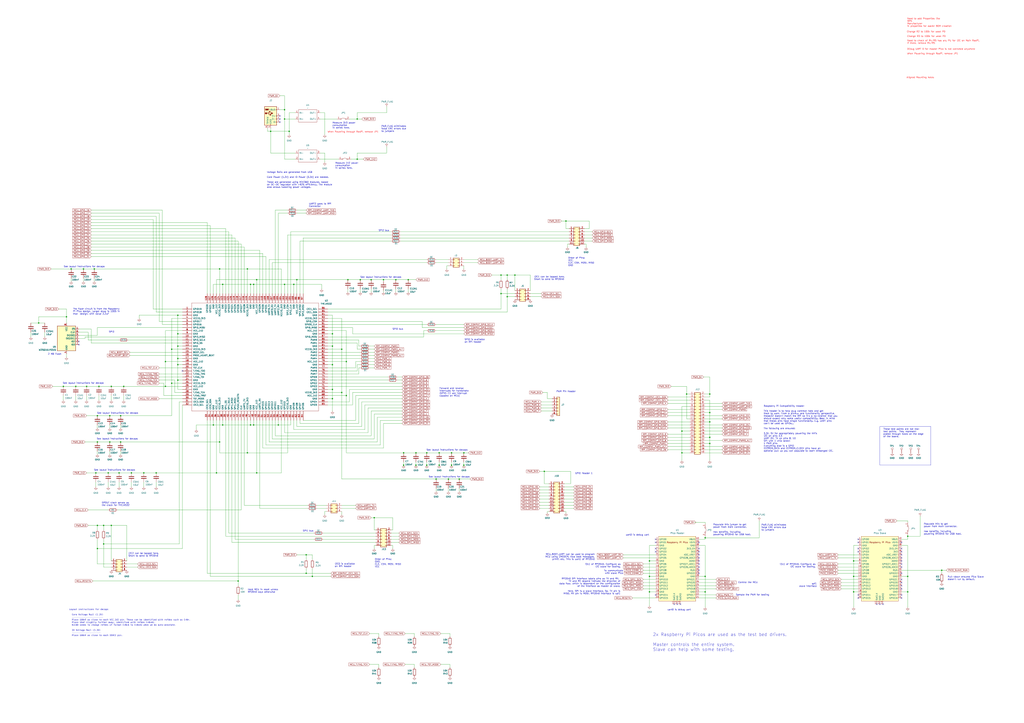
<source format=kicad_sch>
(kicad_sch (version 20231120) (generator "eeschema") (generator_version "8.0")
  (paper "A1")
  (junction (at 90.17 341.63))
  (junction (at 85.09 431.8))
  (junction (at 175.26 349.25))
  (junction (at 222.25 107.95))
  (junction (at 381 372.11))
  (junction (at 233.68 233.68))
  (junction (at 210.82 388.62))
  (junction (at 447.04 387.35))
  (junction (at 90.17 363.22))
  (junction (at 107.95 388.62))
  (junction (at 205.74 349.25))
  (junction (at 280.67 287.02))
  (junction (at 295.91 229.87))
  (junction (at 251.46 455.93))
  (junction (at 135.89 297.18))
  (junction (at 177.8 388.62))
  (junction (at 533.4 473.71))
  (junction (at 701.04 473.71))
  (junction (at 203.2 372.11))
  (junction (at 205.74 233.68))
  (junction (at 273.05 299.72))
  (junction (at 91.44 317.5))
  (junction (at 331.47 382.27))
  (junction (at 71.12 317.5))
  (junction (at 128.27 388.62))
  (junction (at 243.84 229.87))
  (junction (at 80.01 341.63))
  (junction (at 560.07 372.11))
  (junction (at 381 382.27))
  (junction (at 140.97 287.02))
  (junction (at 368.3 393.7))
  (junction (at 203.2 220.98))
  (junction (at 533.4 461.01))
  (junction (at 182.88 233.68))
  (junction (at 370.84 372.11))
  (junction (at 579.12 441.96))
  (junction (at 182.88 349.25))
  (junction (at 416.56 226.06))
  (junction (at 341.63 372.11))
  (junction (at 146.05 259.08))
  (junction (at 360.68 372.11))
  (junction (at 579.12 473.71))
  (junction (at 80.01 431.8))
  (junction (at 579.12 486.41))
  (junction (at 307.34 425.45))
  (junction (at 350.52 382.27))
  (junction (at 251.46 471.17))
  (junction (at 31.75 265.43))
  (junction (at 341.63 382.27))
  (junction (at 241.3 233.68))
  (junction (at 146.05 299.72))
  (junction (at 582.93 346.71))
  (junction (at 68.58 220.98))
  (junction (at 582.93 359.41))
  (junction (at 210.82 229.87))
  (junction (at 464.82 181.61))
  (junction (at 58.42 220.98))
  (junction (at 411.48 226.06))
  (junction (at 273.05 327.66))
  (junction (at 773.43 468.63))
  (junction (at 358.14 393.7))
  (junction (at 91.44 431.8))
  (junction (at 745.49 473.71))
  (junction (at 350.52 372.11))
  (junction (at 314.96 229.87))
  (junction (at 563.88 323.85))
  (junction (at 101.6 317.5))
  (junction (at 140.97 314.96))
  (junction (at 146.05 274.32))
  (junction (at 745.49 440.69))
  (junction (at 304.8 229.87))
  (junction (at 377.19 393.7))
  (junction (at 273.05 284.48))
  (junction (at 335.28 229.87))
  (junction (at 228.6 349.25))
  (junction (at 62.23 317.5))
  (junction (at 370.84 382.27))
  (junction (at 180.34 220.98))
  (junction (at 81.28 317.5))
  (junction (at 285.75 229.87))
  (junction (at 99.06 341.63))
  (junction (at 233.68 90.17))
  (junction (at 118.11 388.62))
  (junction (at 146.05 284.48))
  (junction (at 97.79 388.62))
  (junction (at 208.28 349.25))
  (junction (at 180.34 363.22))
  (junction (at 233.68 97.79))
  (junction (at 582.93 364.49))
  (junction (at 273.05 320.04))
  (junction (at 416.56 243.84))
  (junction (at 560.07 354.33))
  (junction (at 146.05 312.42))
  (junction (at 284.48 325.12))
  (junction (at 135.89 317.5))
  (junction (at 331.47 372.11))
  (junction (at 422.91 226.06))
  (junction (at 280.67 322.58))
  (junction (at 582.93 323.85))
  (junction (at 195.58 477.52))
  (junction (at 52.07 317.5))
  (junction (at 99.06 363.22))
  (junction (at 745.49 486.41))
  (junction (at 208.28 233.68))
  (junction (at 80.01 450.85))
  (junction (at 88.9 388.62))
  (junction (at 293.37 130.81))
  (junction (at 237.49 107.95))
  (junction (at 701.04 461.01))
  (junction (at 80.01 363.22))
  (junction (at 701.04 486.41))
  (junction (at 85.09 447.04))
  (junction (at 256.54 473.71))
  (junction (at 77.47 220.98))
  (junction (at 293.37 97.79))
  (junction (at 411.48 241.3))
  (junction (at 582.93 339.09))
  (junction (at 78.74 388.62))
  (junction (at 325.12 229.87))
  (junction (at 273.05 274.32))
  (junction (at 284.48 297.18))
  (junction (at 360.68 382.27))
  (junction (at 533.4 486.41))
  (junction (at 54.61 260.35))
  (junction (at 146.05 294.64))
  (no_connect (at 740.41 450.85))
  (no_connect (at 149.86 304.8))
  (no_connect (at 538.48 453.39))
  (no_connect (at 574.04 471.17))
  (no_connect (at 740.41 453.39))
  (no_connect (at 64.77 283.21))
  (no_connect (at 740.41 445.77))
  (no_connect (at 740.41 471.17))
  (no_connect (at 574.04 463.55))
  (no_connect (at 740.41 488.95))
  (no_connect (at 704.85 491.49))
  (no_connect (at 740.41 478.79))
  (no_connect (at 704.85 453.39))
  (no_connect (at 558.8 496.57))
  (no_connect (at 229.87 97.79))
  (no_connect (at 704.85 443.23))
  (no_connect (at 740.41 463.55))
  (no_connect (at 574.04 455.93))
  (no_connect (at 740.41 483.87))
  (no_connect (at 538.48 443.23))
  (no_connect (at 740.41 458.47))
  (no_connect (at 725.17 496.57))
  (no_connect (at 553.72 496.57))
  (no_connect (at 556.26 496.57))
  (no_connect (at 229.87 100.33))
  (no_connect (at 704.85 445.77))
  (no_connect (at 229.87 95.25))
  (no_connect (at 740.41 461.01))
  (no_connect (at 574.04 453.39))
  (no_connect (at 574.04 458.47))
  (no_connect (at 720.09 496.57))
  (no_connect (at 574.04 450.85))
  (no_connect (at 740.41 481.33))
  (no_connect (at 574.04 466.09))
  (no_connect (at 740.41 476.25))
  (no_connect (at 740.41 466.09))
  (no_connect (at 538.48 488.95))
  (no_connect (at 574.04 461.01))
  (no_connect (at 538.48 450.85))
  (no_connect (at 64.77 280.67))
  (no_connect (at 722.63 496.57))
  (no_connect (at 704.85 488.95))
  (no_connect (at 538.48 445.77))
  (no_connect (at 574.04 445.77))
  (no_connect (at 740.41 455.93))
  (no_connect (at 574.04 468.63))
  (no_connect (at 740.41 491.49))
  (no_connect (at 704.85 450.85))
  (wire (pts (xy 140.97 314.96) (xy 140.97 341.63)))
  (wire (pts (xy 190.5 345.44) (xy 190.5 445.77)))
  (wire (pts (xy 303.53 546.1) (xy 311.15 546.1)))
  (wire (pts (xy 223.52 360.68) (xy 307.34 360.68)))
  (wire (pts (xy 210.82 229.87) (xy 243.84 229.87)))
  (wire (pts (xy 233.68 97.79) (xy 242.57 97.79)))
  (wire (pts (xy 262.89 97.79) (xy 276.86 97.79)))
  (wire (pts (xy 463.55 407.67) (xy 471.17 407.67)))
  (wire (pts (xy 579.12 372.11) (xy 593.09 372.11)))
  (wire (pts (xy 269.24 304.8) (xy 293.37 304.8)))
  (wire (pts (xy 341.63 379.73) (xy 341.63 382.27)))
  (wire (pts (xy 548.64 367.03) (xy 566.42 367.03)))
  (wire (pts (xy 579.12 486.41) (xy 579.12 499.11)))
  (wire (pts (xy 226.06 172.72) (xy 236.22 172.72)))
  (wire (pts (xy 260.35 417.83) (xy 267.97 417.83)))
  (wire (pts (xy 411.48 241.3) (xy 422.91 241.3)))
  (wire (pts (xy 273.05 327.66) (xy 273.05 337.82)))
  (wire (pts (xy 755.65 440.69) (xy 745.49 440.69)))
  (wire (pts (xy 704.85 448.31) (xy 701.04 448.31)))
  (wire (pts (xy 187.96 438.15) (xy 257.81 438.15)))
  (wire (pts (xy 269.24 317.5) (xy 330.2 317.5)))
  (wire (pts (xy 314.96 238.76) (xy 314.96 240.03)))
  (wire (pts (xy 205.74 241.3) (xy 205.74 233.68)))
  (wire (pts (xy 248.92 345.44) (xy 292.1 345.44)))
  (wire (pts (xy 449.58 421.64) (xy 449.58 420.37)))
  (wire (pts (xy 381 215.9) (xy 392.43 215.9)))
  (wire (pts (xy 280.67 420.37) (xy 280.67 422.91)))
  (wire (pts (xy 519.43 491.49) (xy 538.48 491.49)))
  (wire (pts (xy 289.56 322.58) (xy 289.56 332.74)))
  (wire (pts (xy 480.06 195.58) (xy 486.41 195.58)))
  (wire (pts (xy 314.96 231.14) (xy 314.96 229.87)))
  (wire (pts (xy 74.93 281.94) (xy 149.86 281.94)))
  (wire (pts (xy 187.96 241.3) (xy 187.96 190.5)))
  (wire (pts (xy 280.67 393.7) (xy 280.67 322.58)))
  (wire (pts (xy 90.17 341.63) (xy 99.06 341.63)))
  (wire (pts (xy 295.91 237.49) (xy 295.91 240.03)))
  (wire (pts (xy 74.93 270.51) (xy 74.93 281.94)))
  (wire (pts (xy 104.14 461.01) (xy 104.14 431.8)))
  (wire (pts (xy 280.67 415.29) (xy 292.1 415.29)))
  (wire (pts (xy 269.24 256.54) (xy 416.56 256.54)))
  (wire (pts (xy 208.28 349.25) (xy 228.6 349.25)))
  (wire (pts (xy 218.44 345.44) (xy 218.44 365.76)))
  (wire (pts (xy 90.17 370.84) (xy 90.17 373.38)))
  (wire (pts (xy 755.65 424.18) (xy 755.65 440.69)))
  (wire (pts (xy 443.23 387.35) (xy 447.04 387.35)))
  (wire (pts (xy 304.8 337.82) (xy 330.2 337.82)))
  (wire (pts (xy 265.43 443.23) (xy 308.61 443.23)))
  (wire (pts (xy 533.4 461.01) (xy 533.4 473.71)))
  (wire (pts (xy 416.56 229.87) (xy 416.56 226.06)))
  (wire (pts (xy 180.34 345.44) (xy 180.34 363.22)))
  (wire (pts (xy 411.48 237.49) (xy 411.48 241.3)))
  (wire (pts (xy 99.06 349.25) (xy 99.06 351.79)))
  (wire (pts (xy 80.01 341.63) (xy 90.17 341.63)))
  (wire (pts (xy 149.86 279.4) (xy 105.41 279.4)))
  (wire (pts (xy 341.63 372.11) (xy 350.52 372.11)))
  (wire (pts (xy 81.28 317.5) (xy 91.44 317.5)))
  (wire (pts (xy 368.3 393.7) (xy 377.19 393.7)))
  (wire (pts (xy 72.39 279.4) (xy 72.39 273.05)))
  (wire (pts (xy 215.9 241.3) (xy 215.9 208.28)))
  (wire (pts (xy 88.9 388.62) (xy 97.79 388.62)))
  (wire (pts (xy 269.24 264.16) (xy 346.71 264.16)))
  (wire (pts (xy 538.48 461.01) (xy 533.4 461.01)))
  (wire (pts (xy 251.46 467.36) (xy 251.46 471.17)))
  (wire (pts (xy 71.12 388.62) (xy 78.74 388.62)))
  (wire (pts (xy 220.98 213.36) (xy 350.52 213.36)))
  (wire (pts (xy 256.54 459.74) (xy 256.54 455.93)))
  (wire (pts (xy 480.06 200.66) (xy 481.33 200.66)))
  (wire (pts (xy 533.4 473.71) (xy 533.4 486.41)))
  (wire (pts (xy 198.12 345.44) (xy 198.12 419.1)))
  (wire (pts (xy 190.5 241.3) (xy 190.5 193.04)))
  (wire (pts (xy 411.48 226.06) (xy 411.48 229.87)))
  (wire (pts (xy 528.32 476.25) (xy 538.48 476.25)))
  (wire (pts (xy 273.05 284.48) (xy 273.05 299.72)))
  (wire (pts (xy 229.87 90.17) (xy 233.68 90.17)))
  (wire (pts (xy 97.79 388.62) (xy 107.95 388.62)))
  (wire (pts (xy 213.36 417.83) (xy 252.73 417.83)))
  (wire (pts (xy 299.72 332.74) (xy 330.2 332.74)))
  (wire (pts (xy 701.04 486.41) (xy 704.85 486.41)))
  (wire (pts (xy 77.47 228.6) (xy 77.47 231.14)))
  (wire (pts (xy 31.75 260.35) (xy 54.61 260.35)))
  (wire (pts (xy 208.28 345.44) (xy 208.28 349.25)))
  (wire (pts (xy 350.52 382.27) (xy 350.52 383.54)))
  (wire (pts (xy 205.74 345.44) (xy 205.74 349.25)))
  (wire (pts (xy 285.75 229.87) (xy 295.91 229.87)))
  (wire (pts (xy 740.41 448.31) (xy 745.49 448.31)))
  (wire (pts (xy 690.88 481.33) (xy 704.85 481.33)))
  (wire (pts (xy 172.72 473.71) (xy 256.54 473.71)))
  (wire (pts (xy 370.84 382.27) (xy 370.84 383.54)))
  (wire (pts (xy 582.93 346.71) (xy 579.12 346.71)))
  (wire (pts (xy 241.3 233.68) (xy 264.16 233.68)))
  (wire (pts (xy 740.41 473.71) (xy 745.49 473.71)))
  (wire (pts (xy 251.46 471.17) (xy 271.78 471.17)))
  (wire (pts (xy 422.91 226.06) (xy 416.56 226.06)))
  (wire (pts (xy 182.88 349.25) (xy 205.74 349.25)))
  (wire (pts (xy 548.64 364.49) (xy 566.42 364.49)))
  (wire (pts (xy 218.44 365.76) (xy 312.42 365.76)))
  (wire (pts (xy 248.92 241.3) (xy 248.92 195.58)))
  (wire (pts (xy 269.24 327.66) (xy 273.05 327.66)))
  (wire (pts (xy 205.74 349.25) (xy 208.28 349.25)))
  (wire (pts (xy 182.88 345.44) (xy 182.88 349.25)))
  (wire (pts (xy 443.23 400.05) (xy 450.85 400.05)))
  (wire (pts (xy 688.34 455.93) (xy 704.85 455.93)))
  (wire (pts (xy 74.93 208.28) (xy 215.9 208.28)))
  (wire (pts (xy 233.68 97.79) (xy 233.68 130.81)))
  (wire (pts (xy 303.53 520.7) (xy 311.15 520.7)))
  (wire (pts (xy 292.1 325.12) (xy 330.2 325.12)))
  (wire (pts (xy 304.8 237.49) (xy 304.8 240.03)))
  (wire (pts (xy 579.12 331.47) (xy 593.09 331.47)))
  (wire (pts (xy 246.38 241.3) (xy 246.38 198.12)))
  (wire (pts (xy 403.86 226.06) (xy 411.48 226.06)))
  (wire (pts (xy 74.93 193.04) (xy 190.5 193.04)))
  (wire (pts (xy 582.93 364.49) (xy 582.93 359.41)))
  (wire (pts (xy 321.31 438.15) (xy 327.66 438.15)))
  (wire (pts (xy 331.47 372.11) (xy 341.63 372.11)))
  (wire (pts (xy 226.06 172.72) (xy 226.06 241.3)))
  (wire (pts (xy 303.53 289.56) (xy 307.34 289.56)))
  (wire (pts (xy 435.61 238.76) (xy 435.61 226.06)))
  (wire (pts (xy 294.64 279.4) (xy 294.64 284.48)))
  (wire (pts (xy 130.81 302.26) (xy 149.86 302.26)))
  (wire (pts (xy 325.12 237.49) (xy 325.12 240.03)))
  (wire (pts (xy 582.93 309.88) (xy 582.93 323.85)))
  (wire (pts (xy 579.12 339.09) (xy 582.93 339.09)))
  (wire (pts (xy 85.09 466.09) (xy 91.44 466.09)))
  (wire (pts (xy 149.86 266.7) (xy 133.35 266.7)))
  (wire (pts (xy 307.34 425.45) (xy 307.34 435.61)))
  (wire (pts (xy 80.01 275.59) (xy 64.77 275.59)))
  (wire (pts (xy 149.86 314.96) (xy 140.97 314.96)))
  (wire (pts (xy 233.68 241.3) (xy 233.68 233.68)))
  (wire (pts (xy 464.82 187.96) (xy 467.36 187.96)))
  (wire (pts (xy 307.34 360.68) (xy 307.34 340.36)))
  (wire (pts (xy 367.03 218.44) (xy 367.03 220.98)))
  (wire (pts (xy 91.44 317.5) (xy 101.6 317.5)))
  (wire (pts (xy 293.37 92.71) (xy 293.37 97.79)))
  (wire (pts (xy 579.12 334.01) (xy 593.09 334.01)))
  (wire (pts (xy 177.8 229.87) (xy 177.8 241.3)))
  (wire (pts (xy 161.29 349.25) (xy 175.26 349.25)))
  (wire (pts (xy 582.93 359.41) (xy 582.93 346.71)))
  (wire (pts (xy 328.93 198.12) (xy 467.36 198.12)))
  (wire (pts (xy 193.04 345.44) (xy 193.04 443.23)))
  (wire (pts (xy 62.23 325.12) (xy 62.23 328.93)))
  (wire (pts (xy 130.81 314.96) (xy 134.62 314.96)))
  (wire (pts (xy 304.8 425.45) (xy 307.34 425.45)))
  (wire (pts (xy 236.22 345.44) (xy 236.22 372.11)))
  (wire (pts (xy 193.04 443.23) (xy 257.81 443.23)))
  (wire (pts (xy 262.89 92.71) (xy 266.7 92.71)))
  (wire (pts (xy 69.85 276.86) (xy 69.85 278.13)))
  (wire (pts (xy 579.12 473.71) (xy 579.12 486.41)))
  (wire (pts (xy 149.86 294.64) (xy 146.05 294.64)))
  (wire (pts (xy 350.52 215.9) (xy 223.52 215.9)))
  (wire (pts (xy 688.34 463.55) (xy 704.85 463.55)))
  (wire (pts (xy 246.38 345.44) (xy 246.38 347.98)))
  (wire (pts (xy 219.71 105.41) (xy 219.71 107.95)))
  (wire (pts (xy 377.19 393.7) (xy 386.08 393.7)))
  (wire (pts (xy 264.16 233.68) (xy 264.16 237.49)))
  (wire (pts (xy 130.81 309.88) (xy 149.86 309.88)))
  (wire (pts (xy 74.93 177.8) (xy 128.27 177.8)))
  (wire (pts (xy 574.04 476.25) (xy 588.01 476.25)))
  (wire (pts (xy 307.34 435.61) (xy 308.61 435.61)))
  (wire (pts (xy 579.12 440.69) (xy 579.12 441.96)))
  (wire (pts (xy 85.09 435.61) (xy 85.09 431.8)))
  (wire (pts (xy 563.88 344.17) (xy 563.88 323.85)))
  (wire (pts (xy 256.54 473.71) (xy 271.78 473.71)))
  (wire (pts (xy 114.3 259.08) (xy 146.05 259.08)))
  (wire (pts (xy 293.37 281.94) (xy 293.37 287.02)))
  (wire (pts (xy 175.26 345.44) (xy 175.26 349.25)))
  (wire (pts (xy 58.42 220.98) (xy 68.58 220.98)))
  (wire (pts (xy 58.42 228.6) (xy 58.42 231.14)))
  (wire (pts (xy 146.05 274.32) (xy 146.05 284.48)))
  (wire (pts (xy 443.23 412.75) (xy 450.85 412.75)))
  (wire (pts (xy 704.85 461.01) (xy 701.04 461.01)))
  (wire (pts (xy 292.1 302.26) (xy 292.1 297.18)))
  (wire (pts (xy 149.86 264.16) (xy 130.81 264.16)))
  (wire (pts (xy 222.25 125.73) (xy 242.57 125.73)))
  (wire (pts (xy 219.71 107.95) (xy 222.25 107.95)))
  (wire (pts (xy 180.34 363.22) (xy 180.34 372.11)))
  (wire (pts (xy 104.14 463.55) (xy 113.03 463.55)))
  (wire (pts (xy 88.9 396.24) (xy 88.9 400.05)))
  (wire (pts (xy 311.15 546.1) (xy 311.15 548.64)))
  (wire (pts (xy 341.63 382.27) (xy 341.63 383.54)))
  (wire (pts (xy 284.48 297.18) (xy 284.48 325.12)))
  (wire (pts (xy 215.9 368.3) (xy 314.96 368.3)))
  (wire (pts (xy 90.17 363.22) (xy 99.06 363.22)))
  (wire (pts (xy 483.87 187.96) (xy 480.06 187.96)))
  (wire (pts (xy 106.68 292.1) (xy 149.86 292.1)))
  (wire (pts (xy 328.93 193.04) (xy 467.36 193.04)))
  (wire (pts (xy 203.2 372.11) (xy 236.22 372.11)))
  (wire (pts (xy 461.01 181.61) (xy 464.82 181.61)))
  (wire (pts (xy 218.44 241.3) (xy 218.44 210.82)))
  (wire (pts (xy 416.56 237.49) (xy 416.56 243.84)))
  (wire (pts (xy 579.12 443.23) (xy 574.04 443.23)))
  (wire (pts (xy 198.12 419.1) (xy 96.52 419.1)))
  (wire (pts (xy 321.31 443.23) (xy 327.66 443.23)))
  (wire (pts (xy 269.24 292.1) (xy 295.91 292.1)))
  (wire (pts (xy 147.32 330.2) (xy 149.86 330.2)))
  (wire (pts (xy 284.48 325.12) (xy 284.48 372.11)))
  (wire (pts (xy 317.5 87.63) (xy 317.5 92.71)))
  (wire (pts (xy 269.24 297.18) (xy 284.48 297.18)))
  (wire (pts (xy 360.68 379.73) (xy 360.68 382.27)))
  (wire (pts (xy 74.93 198.12) (xy 195.58 198.12)))
  (wire (pts (xy 231.14 388.62) (xy 210.82 388.62)))
  (wire (pts (xy 289.56 332.74) (xy 269.24 332.74)))
  (wire (pts (xy 307.34 450.85) (xy 307.34 448.31)))
  (wire (pts (xy 233.68 345.44) (xy 233.68 355.6)))
  (wire (pts (xy 307.34 425.45) (xy 322.58 425.45)))
  (wire (pts (xy 185.42 241.3) (xy 185.42 187.96)))
  (wire (pts (xy 149.86 256.54) (xy 128.27 256.54)))
  (wire (pts (xy 377.19 401.32) (xy 377.19 403.86)))
  (wire (pts (xy 241.3 345.44) (xy 241.3 353.06)))
  (wire (pts (xy 185.42 345.44) (xy 185.42 440.69)))
  (wire (pts (xy 309.88 342.9) (xy 330.2 342.9)))
  (wire (pts (xy 463.55 405.13) (xy 471.17 405.13)))
  (wire (pts (xy 321.31 435.61) (xy 322.58 435.61)))
  (wire (pts (xy 91.44 325.12) (xy 91.44 328.93)))
  (wire (pts (xy 511.81 458.47) (xy 538.48 458.47)))
  (wire (pts (xy 574.04 488.95) (xy 588.01 488.95)))
  (wire (pts (xy 170.18 471.17) (xy 251.46 471.17)))
  (wire (pts (xy 312.42 345.44) (xy 330.2 345.44)))
  (wire (pts (xy 443.23 415.29) (xy 450.85 415.29)))
  (wire (pts (xy 453.39 327.66) (xy 449.58 327.66)))
  (wire (pts (xy 346.71 269.24) (xy 381 269.24)))
  (wire (pts (xy 701.04 461.01) (xy 701.04 473.71)))
  (wire (pts (xy 745.49 448.31) (xy 745.49 473.71)))
  (wire (pts (xy 195.58 488.95) (xy 195.58 492.76)))
  (wire (pts (xy 200.66 415.29) (xy 252.73 415.29)))
  (wire (pts (xy 740.41 486.41) (xy 745.49 486.41)))
  (wire (pts (xy 443.23 405.13) (xy 450.85 405.13)))
  (wire (pts (xy 231.14 220.98) (xy 203.2 220.98)))
  (wire (pts (xy 269.24 271.78) (xy 284.48 271.78)))
  (wire (pts (xy 175.26 233.68) (xy 182.88 233.68)))
  (wire (pts (xy 701.04 473.71) (xy 701.04 486.41)))
  (wire (pts (xy 149.86 271.78) (xy 135.89 271.78)))
  (wire (pts (xy 294.64 302.26) (xy 295.91 302.26)))
  (wire (pts (xy 335.28 237.49) (xy 335.28 240.03)))
  (wire (pts (xy 314.96 229.87) (xy 325.12 229.87)))
  (wire (pts (xy 533.4 486.41) (xy 533.4 497.84)))
  (wire (pts (xy 574.04 478.79) (xy 588.01 478.79)))
  (wire (pts (xy 444.5 335.28) (xy 453.39 335.28)))
  (wire (pts (xy 273.05 259.08) (xy 273.05 274.32)))
  (wire (pts (xy 182.88 241.3) (xy 182.88 233.68)))
  (wire (pts (xy 107.95 396.24) (xy 107.95 400.05)))
  (wire (pts (xy 548.64 331.47) (xy 566.42 331.47)))
  (wire (pts (xy 140.97 287.02) (xy 140.97 314.96)))
  (wire (pts (xy 149.86 320.04) (xy 146.05 320.04)))
  (wire (pts (xy 292.1 345.44) (xy 292.1 325.12)))
  (wire (pts (xy 243.84 455.93) (xy 251.46 455.93)))
  (wire (pts (xy 444.5 330.2) (xy 453.39 330.2)))
  (wire (pts (xy 180.34 241.3) (xy 180.34 220.98)))
  (wire (pts (xy 321.31 440.69) (xy 327.66 440.69)))
  (wire (pts (xy 740.41 443.23) (xy 745.49 443.23)))
  (wire (pts (xy 303.53 287.02) (xy 307.34 287.02)))
  (wire (pts (xy 215.9 345.44) (xy 215.9 368.3)))
  (wire (pts (xy 303.53 294.64) (xy 307.34 294.64)))
  (wire (pts (xy 72.39 273.05) (xy 64.77 273.05)))
  (wire (pts (xy 135.89 317.5) (xy 149.86 317.5)))
  (wire (pts (xy 293.37 125.73) (xy 293.37 130.81)))
  (wire (pts (xy 233.68 233.68) (xy 241.3 233.68)))
  (wire (pts (xy 560.07 372.11) (xy 560.07 354.33)))
  (wire (pts (xy 231.14 241.3) (xy 231.14 220.98)))
  (wire (pts (xy 97.79 396.24) (xy 97.79 400.05)))
  (wire (pts (xy 287.02 320.04) (xy 287.02 330.2)))
  (wire (pts (xy 623.57 441.96) (xy 579.12 441.96)))
  (wire (pts (xy 287.02 320.04) (xy 330.2 320.04)))
  (wire (pts (xy 74.93 203.2) (xy 200.66 203.2)))
  (wire (pts (xy 210.82 345.44) (xy 210.82 388.62)))
  (wire (pts (xy 480.06 190.5) (xy 486.41 190.5)))
  (wire (pts (xy 220.98 345.44) (xy 220.98 363.22)))
  (wire (pts (xy 447.04 387.35) (xy 447.04 397.51)))
  (wire (pts (xy 579.12 356.87) (xy 593.09 356.87)))
  (wire (pts (xy 284.48 372.11) (xy 331.47 372.11)))
  (wire (pts (xy 560.07 372.11) (xy 560.07 378.46)))
  (wire (pts (xy 237.49 107.95) (xy 237.49 110.49)))
  (wire (pts (xy 574.04 481.33) (xy 588.01 481.33)))
  (wire (pts (xy 688.34 458.47) (xy 704.85 458.47)))
  (wire (pts (xy 736.6 427.99) (xy 745.49 427.99)))
  (wire (pts (xy 579.12 351.79) (xy 593.09 351.79)))
  (wire (pts (xy 85.09 443.23) (xy 85.09 447.04)))
  (wire (pts (xy 299.72 353.06) (xy 299.72 332.74)))
  (wire (pts (xy 332.74 520.7) (xy 340.36 520.7)))
  (wire (pts (xy 538.48 486.41) (xy 533.4 486.41)))
  (wire (pts (xy 147.32 330.2) (xy 147.32 447.04)))
  (wire (pts (xy 579.12 361.95) (xy 593.09 361.95)))
  (wire (pts (xy 200.66 345.44) (xy 200.66 415.29)))
  (wire (pts (xy 574.04 483.87) (xy 588.01 483.87)))
  (wire (pts (xy 312.42 365.76) (xy 312.42 345.44)))
  (wire (pts (xy 269.24 287.02) (xy 280.67 287.02)))
  (wire (pts (xy 54.61 254) (xy 54.61 260.35)))
  (wire (pts (xy 416.56 243.84) (xy 422.91 243.84)))
  (wire (pts (xy 101.6 325.12) (xy 101.6 328.93)))
  (wire (pts (xy 548.64 369.57) (xy 566.42 369.57)))
  (wire (pts (xy 71.12 317.5) (xy 81.28 317.5)))
  (wire (pts (xy 280.67 261.62) (xy 280.67 287.02)))
  (wire (pts (xy 574.04 491.49) (xy 588.01 491.49)))
  (wire (pts (xy 43.18 317.5) (xy 52.07 317.5)))
  (wire (pts (xy 269.24 322.58) (xy 280.67 322.58)))
  (wire (pts (xy 579.12 341.63) (xy 593.09 341.63)))
  (wire (pts (xy 280.67 393.7) (xy 358.14 393.7)))
  (wire (pts (xy 294.64 327.66) (xy 330.2 327.66)))
  (wire (pts (xy 149.86 261.62) (xy 140.97 261.62)))
  (wire (pts (xy 690.88 476.25) (xy 704.85 476.25)))
  (wire (pts (xy 303.53 284.48) (xy 307.34 284.48)))
  (wire (pts (xy 269.24 261.62) (xy 280.67 261.62)))
  (wire (pts (xy 246.38 347.98) (xy 294.64 347.98)))
  (wire (pts (xy 262.89 125.73) (xy 266.7 125.73)))
  (wire (pts (xy 381 213.36) (xy 392.43 213.36)))
  (wire (pts (xy 233.68 130.81) (xy 242.57 130.81)))
  (wire (pts (xy 579.12 326.39) (xy 582.93 326.39)))
  (wire (pts (xy 74.93 187.96) (xy 185.42 187.96)))
  (wire (pts (xy 190.5 445.77) (xy 308.61 445.77)))
  (wire (pts (xy 193.04 241.3) (xy 193.04 195.58)))
  (wire (pts (xy 293.37 130.81) (xy 298.45 130.81)))
  (wire (pts (xy 294.64 284.48) (xy 295.91 284.48)))
  (wire (pts (xy 185.42 440.69) (xy 308.61 440.69)))
  (wire (pts (xy 358.14 271.78) (xy 381 271.78)))
  (wire (pts (xy 91.44 431.8) (xy 91.44 461.01)))
  (wire (pts (xy 314.96 368.3) (xy 314.96 347.98)))
  (wire (pts (xy 85.09 447.04) (xy 85.09 466.09)))
  (wire (pts (xy 269.24 312.42) (xy 318.77 312.42)))
  (wire (pts (xy 41.91 220.98) (xy 58.42 220.98)))
  (wire (pts (xy 360.68 382.27) (xy 360.68 383.54)))
  (wire (pts (xy 280.67 417.83) (xy 292.1 417.83)))
  (wire (pts (xy 210.82 229.87) (xy 210.82 241.3)))
  (wire (pts (xy 243.84 229.87) (xy 243.84 241.3)))
  (wire (pts (xy 101.6 317.5) (xy 135.89 317.5)))
  (wire (pts (xy 317.5 125.73) (xy 293.37 125.73)))
  (wire (pts (xy 579.12 344.17) (xy 593.09 344.17)))
  (wire (pts (xy 269.24 281.94) (xy 293.37 281.94)))
  (wire (pts (xy 314.96 347.98) (xy 330.2 347.98)))
  (wire (pts (xy 444.5 332.74) (xy 453.39 332.74)))
  (wire (pts (xy 85.09 431.8) (xy 91.44 431.8)))
  (wire (pts (xy 143.51 312.42) (xy 143.51 322.58)))
  (wire (pts (xy 560.07 354.33) (xy 566.42 354.33)))
  (wire (pts (xy 228.6 345.44) (xy 228.6 349.25)))
  (wire (pts (xy 146.05 284.48) (xy 146.05 294.64)))
  (wire (pts (xy 228.6 175.26) (xy 228.6 241.3)))
  (wire (pts (xy 134.62 325.12) (xy 149.86 325.12)))
  (wire (pts (xy 80.01 450.85) (xy 149.86 450.85)))
  (wire (pts (xy 243.84 229.87) (xy 285.75 229.87)))
  (wire (pts (xy 548.64 349.25) (xy 566.42 349.25)))
  (wire (pts (xy 360.68 372.11) (xy 370.84 372.11)))
  (wire (pts (xy 311.15 520.7) (xy 311.15 523.24)))
  (wire (pts (xy 269.24 299.72) (xy 273.05 299.72)))
  (wire (pts (xy 303.53 299.72) (xy 307.34 299.72)))
  (wire (pts (xy 370.84 379.73) (xy 370.84 382.27)))
  (wire (pts (xy 269.24 307.34) (xy 294.64 307.34)))
  (wire (pts (xy 464.82 420.37) (xy 464.82 421.64)))
  (wire (pts (xy 238.76 345.44) (xy 238.76 349.25)))
  (wire (pts (xy 72.39 431.8) (xy 80.01 431.8)))
  (wire (pts (xy 368.3 401.32) (xy 368.3 403.86)))
  (wire (pts (xy 701.04 499.11) (xy 701.04 486.41)))
  (wire (pts (xy 358.14 401.32) (xy 358.14 403.86)))
  (wire (pts (xy 444.5 337.82) (xy 453.39 337.82)))
  (wire (pts (xy 483.87 181.61) (xy 483.87 187.96)))
  (wire (pts (xy 266.7 125.73) (xy 266.7 133.35)))
  (wire (pts (xy 269.24 314.96) (xy 330.2 314.96)))
  (wire (pts (xy 350.52 379.73) (xy 350.52 382.27)))
  (wire (pts (xy 577.85 309.88) (xy 582.93 309.88)))
  (wire (pts (xy 480.06 193.04) (xy 486.41 193.04)))
  (wire (pts (xy 463.55 417.83) (xy 471.17 417.83)))
  (wire (pts (xy 688.34 471.17) (xy 704.85 471.17)))
  (wire (pts (xy 149.86 332.74) (xy 149.86 450.85)))
  (wire (pts (xy 80.01 463.55) (xy 91.44 463.55)))
  (wire (pts (xy 690.88 478.79) (xy 704.85 478.79)))
  (wire (pts (xy 78.74 396.24) (xy 78.74 400.05)))
  (wire (pts (xy 582.93 364.49) (xy 582.93 378.46)))
  (wire (pts (xy 745.49 427.99) (xy 745.49 429.26)))
  (wire (pts (xy 243.84 345.44) (xy 243.84 350.52)))
  (wire (pts (xy 358.14 266.7) (xy 381 266.7)))
  (wire (pts (xy 74.93 210.82) (xy 218.44 210.82)))
  (wire (pts (xy 266.7 92.71) (xy 266.7 110.49)))
  (wire (pts (xy 435.61 241.3) (xy 444.5 241.3)))
  (wire (pts (xy 350.52 372.11) (xy 360.68 372.11)))
  (wire (pts (xy 226.06 358.14) (xy 304.8 358.14)))
  (wire (pts (xy 328.93 190.5) (xy 467.36 190.5)))
  (wire (pts (xy 213.36 345.44) (xy 213.36 417.83)))
  (wire (pts (xy 260.35 415.29) (xy 267.97 415.29)))
  (wire (pts (xy 251.46 455.93) (xy 251.46 459.74)))
  (wire (pts (xy 172.72 345.44) (xy 172.72 473.71)))
  (wire (pts (xy 205.74 233.68) (xy 208.28 233.68)))
  (wire (pts (xy 303.53 292.1) (xy 307.34 292.1)))
  (wire (pts (xy 289.56 322.58) (xy 330.2 322.58)))
  (wire (pts (xy 25.4 276.86) (xy 25.4 273.05)))
  (wire (pts (xy 243.84 350.52) (xy 297.18 350.52)))
  (wire (pts (xy 449.58 322.58) (xy 449.58 327.66)))
  (wire (pts (xy 582.93 328.93) (xy 582.93 339.09)))
  (wire (pts (xy 317.5 120.65) (xy 317.5 125.73)))
  (wire (pts (xy 226.06 345.44) (xy 226.06 358.14)))
  (wire (pts (xy 294.64 347.98) (xy 294.64 327.66)))
  (wire (pts (xy 177.8 345.44) (xy 177.8 388.62)))
  (wire (pts (xy 74.93 172.72) (xy 133.35 172.72)))
  (wire (pts (xy 170.18 241.3) (xy 170.18 182.88)))
  (wire (pts (xy 463.55 415.29) (xy 471.17 415.29)))
  (wire (pts (xy 118.11 388.62) (xy 128.27 388.62)))
  (wire (pts (xy 284.48 325.12) (xy 269.24 325.12)))
  (wire (pts (xy 146.05 312.42) (xy 146.05 320.04)))
  (wire (pts (xy 68.58 220.98) (xy 77.47 220.98)))
  (wire (pts (xy 466.09 200.66) (xy 467.36 200.66)))
  (wire (pts (xy 195.58 345.44) (xy 195.58 477.52)))
  (wire (pts (xy 208.28 241.3) (xy 208.28 233.68)))
  (wire (pts (xy 147.32 447.04) (xy 85.09 447.04)))
  (wire (pts (xy 463.55 420.37) (xy 464.82 420.37)))
  (wire (pts (xy 104.14 466.09) (xy 113.03 466.09)))
  (wire (pts (xy 582.93 323.85) (xy 579.12 323.85)))
  (wire (pts (xy 745.49 486.41) (xy 745.49 499.11)))
  (wire (pts (xy 293.37 287.02) (xy 295.91 287.02)))
  (wire (pts (xy 435.61 226.06) (xy 422.91 226.06)))
  (wire (pts (xy 548.64 356.87) (xy 566.42 356.87)))
  (wire (pts (xy 229.87 78.74) (xy 233.68 78.74)))
  (wire (pts (xy 582.93 339.09) (xy 582.93 346.71)))
  (wire (pts (xy 140.97 261.62) (xy 140.97 287.02)))
  (wire (pts (xy 36.83 276.86) (xy 36.83 273.05)))
  (wire (pts (xy 118.11 396.24) (xy 118.11 400.05)))
  (wire (pts (xy 269.24 259.08) (xy 273.05 259.08)))
  (wire (pts (xy 80.01 443.23) (xy 80.01 450.85)))
  (wire (pts (xy 80.01 450.85) (xy 80.01 463.55)))
  (wire (pts (xy 466.09 203.2) (xy 466.09 200.66)))
  (wire (pts (xy 135.89 271.78) (xy 135.89 297.18)))
  (wire (pts (xy 228.6 349.25) (xy 238.76 349.25)))
  (wire (pts (xy 273.05 274.32) (xy 273.05 284.48)))
  (wire (pts (xy 236.22 241.3) (xy 236.22 193.04)))
  (wire (pts (xy 223.52 215.9) (xy 223.52 241.3)))
  (wire (pts (xy 309.88 363.22) (xy 309.88 342.9)))
  (wire (pts (xy 256.54 455.93) (xy 251.46 455.93)))
  (wire (pts (xy 331.47 382.27) (xy 331.47 383.54)))
  (wire (pts (xy 149.86 274.32) (xy 146.05 274.32)))
  (wire (pts (xy 228.6 175.26) (xy 236.22 175.26)))
  (wire (pts (xy 579.12 336.55) (xy 593.09 336.55)))
  (wire (pts (xy 481.33 200.66) (xy 481.33 203.2)))
  (wire (pts (xy 463.55 400.05) (xy 471.17 400.05)))
  (wire (pts (xy 322.58 425.45) (xy 322.58 435.61)))
  (wire (pts (xy 623.57 427.99) (xy 623.57 441.96)))
  (wire (pts (xy 256.54 467.36) (xy 256.54 473.71)))
  (wire (pts (xy 284.48 271.78) (xy 284.48 297.18)))
  (wire (pts (xy 195.58 241.3) (xy 195.58 198.12)))
  (wire (pts (xy 210.82 229.87) (xy 177.8 229.87)))
  (wire (pts (xy 468.63 397.51) (xy 468.63 387.35)))
  (wire (pts (xy 128.27 388.62) (xy 177.8 388.62)))
  (wire (pts (xy 289.56 274.32) (xy 381 274.32)))
  (wire (pts (xy 463.55 412.75) (xy 471.17 412.75)))
  (wire (pts (xy 233.68 355.6) (xy 302.26 355.6)))
  (wire (pts (xy 340.36 546.1) (xy 340.36 548.64)))
  (wire (pts (xy 78.74 388.62) (xy 88.9 388.62)))
  (wire (pts (xy 773.43 468.63) (xy 777.24 468.63)))
  (wire (pts (xy 347.98 271.78) (xy 347.98 276.86)))
  (wire (pts (xy 533.4 448.31) (xy 533.4 461.01)))
  (wire (pts (xy 688.34 468.63) (xy 704.85 468.63)))
  (wire (pts (xy 579.12 349.25) (xy 593.09 349.25)))
  (wire (pts (xy 322.58 448.31) (xy 322.58 450.85)))
  (wire (pts (xy 370.84 372.11) (xy 381 372.11)))
  (wire (pts (xy 422.91 238.76) (xy 422.91 226.06)))
  (wire (pts (xy 238.76 241.3) (xy 238.76 190.5)))
  (wire (pts (xy 269.24 274.32) (xy 273.05 274.32)))
  (wire (pts (xy 295.91 229.87) (xy 304.8 229.87)))
  (wire (pts (xy 317.5 92.71) (xy 293.37 92.71)))
  (wire (pts (xy 416.56 256.54) (xy 416.56 243.84)))
  (wire (pts (xy 381 372.11) (xy 384.81 372.11)))
  (wire (pts (xy 435.61 243.84) (xy 444.5 243.84)))
  (wire (pts (xy 208.28 233.68) (xy 233.68 233.68)))
  (wire (pts (xy 579.12 429.26) (xy 579.12 430.53)))
  (wire (pts (xy 443.23 410.21) (xy 450.85 410.21)))
  (wire (pts (xy 347.98 276.86) (xy 269.24 276.86)))
  (wire (pts (xy 288.29 130.81) (xy 293.37 130.81)))
  (wire (pts (xy 326.39 309.88) (xy 330.2 309.88)))
  (wire (pts (xy 69.85 276.86) (xy 149.86 276.86)))
  (wire (pts (xy 566.42 372.11) (xy 560.07 372.11)))
  (wire (pts (xy 292.1 297.18) (xy 295.91 297.18)))
  (wire (pts (xy 130.81 312.42) (xy 143.51 312.42)))
  (wire (pts (xy 574.04 473.71) (xy 579.12 473.71)))
  (wire (pts (xy 74.93 182.88) (xy 170.18 182.88)))
  (wire (pts (xy 745.49 473.71) (xy 745.49 486.41)))
  (wire (pts (xy 74.93 180.34) (xy 125.73 180.34)))
  (wire (pts (xy 213.36 241.3) (xy 213.36 205.74)))
  (wire (pts (xy 443.23 407.67) (xy 450.85 407.67)))
  (wire (pts (xy 293.37 97.79) (xy 297.18 97.79)))
  (wire (pts (xy 303.53 297.18) (xy 307.34 297.18)))
  (wire (pts (xy 182.88 233.68) (xy 205.74 233.68)))
  (wire (pts (xy 241.3 241.3) (xy 241.3 233.68)))
  (wire (pts (xy 528.32 471.17) (xy 538.48 471.17)))
  (wire (pts (xy 246.38 198.12) (xy 321.31 198.12)))
  (wire (pts (xy 294.64 307.34) (xy 294.64 302.26)))
  (wire (pts (xy 579.12 354.33) (xy 593.09 354.33)))
  (wire (pts (xy 48.26 254) (xy 54.61 254)))
  (wire (pts (xy 149.86 284.48) (xy 146.05 284.48)))
  (wire (pts (xy 248.92 195.58) (xy 321.31 195.58)))
  (wire (pts (xy 200.66 241.3) (xy 200.66 203.2)))
  (wire (pts (xy 195.58 477.52) (xy 195.58 481.33)))
  (wire (pts (xy 302.26 335.28) (xy 330.2 335.28)))
  (wire (pts (xy 238.76 190.5) (xy 321.31 190.5)))
  (wire (pts (xy 445.77 322.58) (xy 449.58 322.58)))
  (wire (pts (xy 149.86 297.18) (xy 135.89 297.18)))
  (wire (pts (xy 690.88 483.87) (xy 704.85 483.87)))
  (wire (pts (xy 269.24 294.64) (xy 295.91 294.64)))
  (wire (pts (xy 130.81 264.16) (xy 130.81 175.26)))
  (wire (pts (xy 269.24 284.48) (xy 273.05 284.48)))
  (wire (pts (xy 104.14 431.8) (xy 91.44 431.8)))
  (wire (pts (xy 483.87 181.61) (xy 464.82 181.61)))
  (wire (pts (xy 146.05 299.72) (xy 146.05 312.42)))
  (wire (pts (xy 574.04 448.31) (xy 579.12 448.31)))
  (wire (pts (xy 106.68 289.56) (xy 149.86 289.56)))
  (wire (pts (xy 361.95 546.1) (xy 369.57 546.1)))
  (wire (pts (xy 187.96 345.44) (xy 187.96 438.15)))
  (wire (pts (xy 443.23 417.83) (xy 450.85 417.83)))
  (wire (pts (xy 381 382.27) (xy 381 383.54)))
  (wire (pts (xy 321.31 445.77) (xy 327.66 445.77)))
  (wire (pts (xy 146.05 259.08) (xy 146.05 274.32)))
  (wire (pts (xy 273.05 299.72) (xy 273.05 320.04)))
  (wire (pts (xy 69.85 278.13) (xy 64.77 278.13)))
  (wire (pts (xy 269.24 320.04) (xy 273.05 320.04)))
  (wire (pts (xy 175.26 349.25) (xy 182.88 349.25)))
  (wire (pts (xy 149.86 312.42) (xy 146.05 312.42)))
  (wire (pts (xy 269.24 302.26) (xy 292.1 302.26)))
  (wire (pts (xy 64.77 270.51) (xy 74.93 270.51)))
  (wire (pts (xy 80.01 370.84) (xy 80.01 373.38)))
  (wire (pts (xy 74.93 175.26) (xy 130.81 175.26)))
  (wire (pts (xy 130.81 307.34) (xy 149.86 307.34)))
  (wire (pts (xy 242.57 92.71) (xy 237.49 92.71)))
  (wire (pts (xy 538.48 448.31) (xy 533.4 448.31)))
  (wire (pts (xy 220.98 241.3) (xy 220.98 213.36)))
  (wire (pts (xy 381 218.44) (xy 381 220.98)))
  (wire (pts (xy 177.8 388.62) (xy 210.82 388.62)))
  (wire (pts (xy 269.24 269.24) (xy 289.56 269.24)))
  (wire (pts (xy 222.25 125.73) (xy 222.25 107.95)))
  (wire (pts (xy 68.58 228.6) (xy 68.58 231.14)))
  (wire (pts (xy 233.68 90.17) (xy 233.68 97.79)))
  (wire (pts (xy 688.34 466.09) (xy 704.85 466.09)))
  (wire (pts (xy 203.2 345.44) (xy 203.2 372.11)))
  (wire (pts (xy 368.3 218.44) (xy 367.03 218.44)))
  (wire (pts (xy 107.95 388.62) (xy 118.11 388.62)))
  (wire (pts (xy 74.93 195.58) (xy 193.04 195.58)))
  (wire (pts (xy 128.27 256.54) (xy 128.27 177.8)))
  (wire (pts (xy 143.51 322.58) (xy 149.86 322.58)))
  (wire (pts (xy 570.23 429.26) (xy 579.12 429.26)))
  (wire (pts (xy 195.58 477.52) (xy 76.2 477.52)))
  (wire (pts (xy 267.97 420.37) (xy 266.7 420.37)))
  (wire (pts (xy 566.42 334.01) (xy 560.07 334.01)))
  (wire (pts (xy 74.93 200.66) (xy 198.12 200.66)))
  (wire (pts (xy 369.57 520.7) (xy 369.57 523.24)))
  (wire (pts (xy 548.64 339.09) (xy 566.42 339.09)))
  (wire (pts (xy 269.24 279.4) (xy 294.64 279.4)))
  (wire (pts (xy 146.05 294.64) (xy 146.05 299.72)))
  (wire (pts (xy 97.79 279.4) (xy 72.39 279.4)))
  (wire (pts (xy 579.12 364.49) (xy 582.93 364.49)))
  (wire (pts (xy 80.01 363.22) (xy 90.17 363.22)))
  (wire (pts (xy 99.06 363.22) (xy 180.34 363.22)))
  (wire (pts (xy 463.55 410.21) (xy 471.17 410.21)))
  (wire (pts (xy 52.07 317.5) (xy 62.23 317.5)))
  (wire (pts (xy 54.61 260.35) (xy 54.61 265.43)))
  (wire (pts (xy 304.8 229.87) (xy 314.96 229.87)))
  (wire (pts (xy 579.12 441.96) (xy 579.12 443.23)))
  (wire (pts (xy 528.32 463.55) (xy 538.48 463.55)))
  (wire (pts (xy 560.07 334.01) (xy 560.07 354.33)))
  (wire (pts (xy 302.26 355.6) (xy 302.26 335.28)))
  (wire (pts (xy 90.17 349.25) (xy 90.17 351.79)))
  (wire (pts (xy 74.93 205.74) (xy 213.36 205.74)))
  (wire (pts (xy 304.8 358.14) (xy 304.8 337.82)))
  (wire (pts (xy 222.25 107.95) (xy 237.49 107.95)))
  (wire (pts (xy 381 379.73) (xy 381 382.27)))
  (wire (pts (xy 135.89 297.18) (xy 135.89 317.5)))
  (wire (pts (xy 180.34 372.11) (xy 203.2 372.11)))
  (wire (pts (xy 233.68 78.74) (xy 233.68 90.17)))
  (wire (pts (xy 80.01 269.24) (xy 80.01 275.59)))
  (wire (pts (xy 161.29 349.25) (xy 161.29 353.06)))
  (wire (pts (xy 528.32 478.79) (xy 538.48 478.79)))
  (wire (pts (xy 332.74 546.1) (xy 340.36 546.1)))
  (wire (pts (xy 114.3 261.62) (xy 114.3 259.08)))
  (wire (pts (xy 170.18 345.44) (xy 170.18 471.17)))
  (wire (pts (xy 548.64 351.79) (xy 566.42 351.79)))
  (wire (pts (xy 74.93 190.5) (xy 187.96 190.5)))
  (wire (pts (xy 449.58 420.37) (xy 450.85 420.37)))
  (wire (pts (xy 361.95 520.7) (xy 369.57 520.7)))
  (wire (pts (xy 128.27 396.24) (xy 128.27 400.05)))
  (wire (pts (xy 130.81 327.66) (xy 149.86 327.66)))
  (wire (pts (xy 77.47 220.98) (xy 180.34 220.98)))
  (wire (pts (xy 548.64 341.63) (xy 566.42 341.63)))
  (wire (pts (xy 297.18 350.52) (xy 297.18 330.2)))
  (wire (pts (xy 125.73 254) (xy 125.73 180.34)))
  (wire (pts (xy 358.14 213.36) (xy 368.3 213.36)))
  (wire (pts (xy 548.64 328.93) (xy 566.42 328.93)))
  (wire (pts (xy 269.24 309.88) (xy 318.77 309.88)))
  (wire (pts (xy 528.32 483.87) (xy 538.48 483.87)))
  (wire (pts (xy 528.32 466.09) (xy 538.48 466.09)))
  (wire (pts (xy 579.12 359.41) (xy 582.93 359.41)))
  (wire (pts (xy 74.93 185.42) (xy 172.72 185.42)))
  (wire (pts (xy 548.64 346.71) (xy 566.42 346.71)))
  (wire (pts (xy 231.14 345.44) (xy 231.14 388.62)))
  (wire (pts (xy 411.48 254) (xy 411.48 241.3)))
  (wire (pts (xy 511.81 455.93) (xy 538.48 455.93)))
  (wire (pts (xy 237.49 92.71) (xy 237.49 107.95)))
  (wire (pts (xy 326.39 312.42) (xy 330.2 312.42)))
  (wire (pts (xy 335.28 229.87) (xy 341.63 229.87)))
  (wire (pts (xy 551.18 317.5) (xy 563.88 317.5)))
  (wire (pts (xy 582.93 326.39) (xy 582.93 323.85)))
  (wire (pts (xy 416.56 226.06) (xy 411.48 226.06)))
  (wire (pts (xy 273.05 320.04) (xy 273.05 327.66)))
  (wire (pts (xy 99.06 370.84) (xy 99.06 373.38)))
  (wire (pts (xy 358.14 393.7) (xy 368.3 393.7)))
  (wire (pts (xy 134.62 314.96) (xy 134.62 325.12)))
  (wire (pts (xy 236.22 193.04) (xy 321.31 193.04)))
  (wire (pts (xy 325.12 229.87) (xy 335.28 229.87)))
  (wire (pts (xy 85.09 431.8) (xy 80.01 431.8)))
  (wire (pts (xy 745.49 443.23) (xy 745.49 440.69)))
  (wire (pts (xy 280.67 287.02) (xy 280.67 322.58)))
  (wire (pts (xy 563.88 323.85) (xy 566.42 323.85)))
  (wire (pts (xy 285.75 237.49) (xy 285.75 240.03)))
  (wire (pts (xy 574.04 486.41) (xy 579.12 486.41)))
  (wire (pts (xy 203.2 220.98) (xy 203.2 241.3)))
  (wire (pts (xy 331.47 379.73) (xy 331.47 382.27)))
  (wire (pts (xy 223.52 345.44) (xy 223.52 360.68)))
  (wire (pts (xy 99.06 341.63) (xy 140.97 341.63)))
  (wire (pts (xy 369.57 546.1) (xy 369.57 548.64)))
  (wire (pts (xy 704.85 473.71) (xy 701.04 473.71)))
  (wire (pts (xy 25.4 265.43) (xy 31.75 265.43)))
  (wire (pts (xy 52.07 325.12) (xy 52.07 328.93)))
  (wire (pts (xy 293.37 304.8) (xy 293.37 299.72)))
  (wire (pts (xy 62.23 317.5) (xy 71.12 317.5)))
  (wire (pts (xy 307.34 448.31) (xy 308.61 448.31)))
  (wire (pts (xy 220.98 363.22) (xy 309.88 363.22)))
  (wire (pts (xy 464.82 181.61) (xy 464.82 187.96)))
  (wire (pts (xy 563.88 317.5) (xy 563.88 323.85)))
  (wire (pts (xy 538.48 473.71) (xy 533.4 473.71)))
  (wire (pts (xy 180.34 220.98) (xy 203.2 220.98)))
  (wire (pts (xy 340.36 520.7) (xy 340.36 523.24)))
  (wire (pts (xy 528.32 468.63) (xy 538.48 468.63)))
  (wire (pts (xy 579.12 369.57) (xy 593.09 369.57)))
  (wire (pts (xy 172.72 241.3) (xy 172.72 185.42)))
  (wire (pts (xy 80.01 349.25) (xy 80.01 351.79)))
  (wire (pts (xy 241.3 353.06) (xy 299.72 353.06)))
  (wire (pts (xy 80.01 431.8) (xy 80.01 435.61)))
  (wire (pts (xy 149.86 254) (xy 125.73 254)))
  (wire (pts (xy 740.41 468.63) (xy 773.43 468.63)))
  (wire (pts (xy 265.43 438.15) (xy 308.61 438.15)))
  (wire (pts (xy 149.86 259.08) (xy 146.05 259.08)))
  (wire (pts (xy 287.02 97.79) (xy 293.37 97.79)))
  (wire (pts (xy 548.64 359.41) (xy 566.42 359.41)))
  (wire (pts (xy 54.61 293.37) (xy 54.61 290.83)))
  (wire (pts (xy 328.93 195.58) (xy 467.36 195.58)))
  (wire (pts (xy 133.35 266.7) (xy 133.35 172.72)))
  (wire (pts (xy 463.55 402.59) (xy 471.17 402.59)))
  (wire (pts (xy 243.84 172.72) (xy 251.46 172.72)))
  (wire (pts (xy 579.12 367.03) (xy 593.09 367.03)))
  (wire (pts (xy 468.63 397.51) (xy 463.55 397.51)))
  (wire (pts (xy 80.01 269.24) (xy 149.86 269.24)))
  (wire (pts (xy 346.71 264.16) (xy 346.71 269.24)))
  (wire (pts (xy 198.12 241.3) (xy 198.12 200.66)))
  (wire (pts (xy 579.12 328.93) (xy 582.93 328.93)))
  (wire (pts (xy 262.89 130.81) (xy 278.13 130.81)))
  (wire (pts (xy 443.23 402.59) (xy 450.85 402.59)))
  (wire (pts (xy 69.85 363.22) (xy 80.01 363.22)))
  (wire (pts (xy 287.02 330.2) (xy 269.24 330.2)))
  (wire (pts (xy 31.75 265.43) (xy 36.83 265.43)))
  (wire (pts (xy 745.49 440.69) (xy 745.49 439.42)))
  (wire (pts (xy 149.86 287.02) (xy 140.97 287.02)))
  (wire (pts (xy 269.24 289.56) (xy 295.91 289.56)))
  (wire (pts (xy 149.86 299.72) (xy 146.05 299.72)))
  (wire (pts (xy 548.64 336.55) (xy 566.42 336.55)))
  (wire (pts (xy 321.31 448.31) (xy 322.58 448.31)))
  (wire (pts (xy 243.84 175.26) (xy 251.46 175.26)))
  (wire (pts (xy 528.32 481.33) (xy 538.48 481.33)))
  (wire (pts (xy 222.25 105.41) (xy 222.25 107.95)))
  (wire (pts (xy 566.42 344.17) (xy 563.88 344.17)))
  (wire (pts (xy 175.26 241.3) (xy 175.26 233.68)))
  (wire (pts (xy 468.63 387.35) (xy 447.04 387.35)))
  (wire (pts (xy 71.12 325.12) (xy 71.12 328.93)))
  (wire (pts (xy 701.04 448.31) (xy 701.04 461.01)))
  (wire (pts (xy 31.75 265.43) (xy 31.75 260.35)))
  (wire (pts (xy 269.24 254) (xy 411.48 254)))
  (wire (pts (xy 347.98 271.78) (xy 350.52 271.78)))
  (wire (pts (xy 447.04 397.51) (xy 450.85 397.51)))
  (wire (pts (xy 269.24 266.7) (xy 350.52 266.7)))
  (wire (pts (xy 266.7 420.37) (xy 266.7 422.91)))
  (wire (pts (xy 303.53 302.26) (xy 307.34 302.26)))
  (wire (pts (xy 368.3 215.9) (xy 358.14 215.9)))
  (wire (pts (xy 297.18 330.2) (xy 330.2 330.2)))
  (wire (pts (xy 579.12 448.31) (xy 579.12 473.71)))
  (wire (pts (xy 548.64 361.95) (xy 566.42 361.95)))
  (wire (pts (xy 71.12 341.63) (xy 80.01 341.63)))
  (wire (pts (xy 548.64 326.39) (xy 566.42 326.39)))
  (wire (pts (xy 289.56 269.24) (xy 289.56 274.32)))
  (wire (pts (xy 293.37 299.72) (xy 295.91 299.72)))
  (wire (pts (xy 81.28 325.12) (xy 81.28 328.93)))
  (wire (pts (xy 480.06 198.12) (xy 486.41 198.12)))
  (wire (pts (xy 773.43 468.63) (xy 773.43 471.17)))
  (wire (pts (xy 307.34 340.36) (xy 330.2 340.36)))
  (wire (pts (xy 88.9 419.1) (xy 72.39 419.1)))
  (rectangle (start 722.63 350.52) (end 764.54 382.27))
  (text "Populate this to get\npower from main connector.\n\nHas benefits, including\npowering RP2040 for USB host." (at 758.698 434.848 0) (effects (font (size 1.27 1.27)) (justify left)))
  (text "These test points are not real\ntest points.  They represent\nplated through holes on the edge\nof the board." (at 725.424 355.854 0) (effects (font (size 1.27 1.27)) (justify left)))
  (text "Aligned Mounting holes" (at 744.474 64.516 0) (effects (font (size 1.27 1.27)) (justify left bottom)))
  (text "I2C0 is available \non RPI header" (at 274.828 466.344 0) (effects (font (size 1.27 1.27)) (justify left bottom)))
  (text "MCU_BOOT_UART can be used to program\nMCU using ZMODEM. Also boot messages,\nprintf, etc. This is uart1 of RP2040" (at 488.442 457.708 0) (effects (font (size 1.27 1.27)) (justify right)))
  (text "i2c1 of RP2040. Configure as\nI2C slave for testing." (at 509.778 464.82 0) (effects (font (size 1.27 1.27)) (justify right)))
  (text "uart0 is debug uart" (at 513.842 439.674 0) (effects (font (size 1.27 1.27)) (justify left)))
  (text "See layout instructions for decaps" (at 352.044 392.684 0) (effects (font (size 1.27 1.27)) (justify left bottom)))
  (text "Pull-down ensures Pico Slave \ndoesn't run by default." (at 778.256 475.234 0) (effects (font (size 1.27 1.27)) (justify left)))
  (text "Need to check of R4/R5 has any PU for I2C on Main RasPi. \nIf there, remove R4/R5" (at 744.982 36.322 0) (effects (font (size 1.27 1.27)) (justify left bottom)))
  (text "Order of Pins:\nGND,\nCLK, CSN, MOSI, MISO\nVCC" (at 307.848 466.598 0) (effects (font (size 1.27 1.27)) (justify left bottom)))
  (text "UART2 goes to RPi\nConnector" (at 253.746 168.656 0) (effects (font (size 1.27 1.27)) (justify left)))
  (text "Sample the PWM for testing" (at 631.698 488.95 0) (effects (font (size 1.27 1.27)) (justify right)))
  (text "Forward and reverse \ninterrupts for handshake\n(GPIO-11 are interrupt \ncapable on MCU)" (at 360.934 326.136 0) (effects (font (size 1.27 1.27)) (justify left bottom)))
  (text "To communicate\nwith slave Pico" (at 511.81 470.154 0) (effects (font (size 1.27 1.27)) (justify right)))
  (text "When Powering through RasPi, remove JP1" (at 268.986 109.22 0) (effects (font (size 1.27 1.27)) (justify left bottom)))
  (text "SPI2 bus" (at 310.896 190.246 0) (effects (font (size 1.27 1.27)) (justify left bottom)))
  (text "I2C2 can be tapped here.\nShort to send to RP2040" (at 105.41 457.708 0) (effects (font (size 1.27 1.27)) (justify left bottom)))
  (text "Raspberry Pi Compatibility Header\n\nThis header is to help plug common hats and get\nthem to work. From a pinmux and functionality perspective,\nthejas32 doesn't match the RPi so it's a no-brainer that you\nshould expect only some useful compatibility. Bear in mind\nthat thejas pins have single functionality. E.g. UART pins\ncan't be used as GPIOs...\n\nThe following are ensured:\n\n3.3V, 5V for appropriately powering the HATs\nI2C on pins 3,5\nUART RX, TX on pins 8, 10\nSPI with 1 chip select\n4 PWM pins\nEverything else is a GPIO\nEEPROM_DATA and EEPROM_CLOCK pins have an \noptional pull up you can populate to learn bitbanged I2C." (at 627.126 352.298 0) (effects (font (size 1.27 1.27)) (justify left)))
  (text "Layout instructions for decaps\n\n  Core Voltage Rail (1.2V)\n  ------------------------\n  Place 100nF as close to each VCC_1V2 pin. These can be identified with refdes such as C<N>.\n  Place 10uF slightly further away, identified with refdes C<N>A1. \n  KiCAD seems to change refdes of format C<N>A to C<N>A1 when we do auto-annotate.\n\n  IO Voltage Rail (3.3V)\n  ----------------------\n  Place 100nF as close to each IOVCC pin." (at 56.896 523.494 0) (effects (font (size 1.27 1.27)) (justify left bottom)))
  (text "RP2040 SPI interface labels pins as TX and RX. \nTX and RX depend indicate the direction of\ndata flow, which is dependent on the configuration\nof the interface as master or slave.\n\nHere, SPI is a slave interface. So, TX pin is\nMISO. RX pin is MOSI. RP2040 interface is spi1" (at 509.524 481.838 0) (effects (font (size 1.27 1.27)) (justify right)))
  (text "See layout instructions for decaps" (at 79.502 361.442 0) (effects (font (size 1.27 1.27)) (justify left bottom)))
  (text "Hold MCU in reset unless\nRP2040 says otherwise" (at 203.454 487.426 0) (effects (font (size 1.27 1.27)) (justify left bottom)))
  (text "Populate this jumper to get\npower from main connector.\n\nHas benefits, including\npowering RP2040 for USB host." (at 585.724 435.356 0) (effects (font (size 1.27 1.27)) (justify left)))
  (text "SPI1 bus" (at 248.666 437.134 0) (effects (font (size 1.27 1.27)) (justify left bottom)))
  (text "When Powering through RasPi, remove JP1" (at 744.982 44.958 0) (effects (font (size 1.27 1.27)) (justify left bottom)))
  (text "spi1\nslave interface" (at 670.814 480.822 0) (effects (font (size 1.27 1.27)) (justify right)))
  (text "The flash circuit is from the Raspberry\nPi Pico design. Larger dcap is 1005 in \nthat  design, with value 2.2uF" (at 59.944 258.826 0) (effects (font (size 1.27 1.27)) (justify left bottom)))
  (text "Measure 1V2 power\nconsumption\nin series here." (at 275.336 136.144 0) (effects (font (size 1.27 1.27)) (justify left)))
  (text "See layout instructions for decaps" (at 77.216 387.096 0) (effects (font (size 1.27 1.27)) (justify left bottom)))
  (text "PWM Pin Header" (at 456.946 322.58 0) (effects (font (size 1.27 1.27)) (justify left bottom)))
  (text "Voltage Rails are generated from USB\n\nCore Power (1.2V) and IO Power (3.3V) are needed.\n\nThese are generated using Mini360 modules, based\non DC-DC regulator with >92% efficiency. The module\nalso allows tweaking power voltages." (at 219.202 147.828 0) (effects (font (size 1.27 1.27)) (justify left)))
  (text "GPOUT clock serves as \nthe clock for THEJAS32" (at 83.566 416.052 0) (effects (font (size 1.27 1.27)) (justify left bottom)))
  (text "See layout instructions for decaps" (at 295.91 228.6 0) (effects (font (size 1.27 1.27)) (justify left bottom)))
  (text "Change R2 to 100k for weak PD\n" (at 744.728 26.924 0) (effects (font (size 1.27 1.27)) (justify left bottom)))
  (text "PWR_FLAG eliminates\nfalse ERC errors due\nto jumpers" (at 625.348 433.578 0) (effects (font (size 1.27 1.27)) (justify left)))
  (text "i2c1 of RP2040. Configure as\nI2C slave for testing." (at 669.798 464.82 0) (effects (font (size 1.27 1.27)) (justify right)))
  (text "SPI0 is available \non RPI header" (at 381.508 281.94 0) (effects (font (size 1.27 1.27)) (justify left bottom)))
  (text "Need to add Properties like\nMPN\nManufacturer \nin properties for easier BOM creation" (at 744.982 22.352 0) (effects (font (size 1.27 1.27)) (justify left bottom)))
  (text "See layout instructions for decaps" (at 52.324 219.964 0) (effects (font (size 1.27 1.27)) (justify left bottom)))
  (text "GPIO Header 1" (at 479.552 389.128 0) (effects (font (size 1.27 1.27))))
  (text "DEbug UART 0 for master Pico is not conneted anywhere" (at 744.982 41.148 0) (effects (font (size 1.27 1.27)) (justify left bottom)))
  (text "See layout instructions for decaps" (at 350.266 370.586 0) (effects (font (size 1.27 1.27)) (justify left bottom)))
  (text "Control the MCU" (at 622.3 478.79 0) (effects (font (size 1.27 1.27)) (justify right)))
  (text "I2C1 can be tapped here.\nShort to send to RP2040" (at 438.658 230.378 0) (effects (font (size 1.27 1.27)) (justify left bottom)))
  (text "2 MB Flash" (at 39.37 291.846 0) (effects (font (size 1.27 1.27)) (justify left bottom)))
  (text "Order of Pins:\nVCC,\nCLK, CSN, MOSI, MISO\nGND" (at 466.598 218.948 0) (effects (font (size 1.27 1.27)) (justify left bottom)))
  (text "Measure 3V3 power\nconsumption\nin series here." (at 273.05 103.124 0) (effects (font (size 1.27 1.27)) (justify left)))
  (text "SPI0 bus" (at 322.326 271.272 0) (effects (font (size 1.27 1.27)) (justify left bottom)))
  (text "SPI3" (at 89.408 273.558 0) (effects (font (size 1.27 1.27)) (justify left bottom)))
  (text "PWR_FLAG eliminates\nfalse ERC errors due\nto jumpers" (at 313.182 105.918 0) (effects (font (size 1.27 1.27)) (justify left)))
  (text "See layout instructions for decaps" (at 51.562 315.722 0) (effects (font (size 1.27 1.27)) (justify left bottom)))
  (text "uart0 is debug uart" (at 548.132 501.142 0) (effects (font (size 1.27 1.27)) (justify left)))
  (text "See layout instructions for decaps" (at 79.756 340.36 0) (effects (font (size 1.27 1.27)) (justify left bottom)))
  (text "2x Raspberry Pi Picos are used as the test bed drivers.\n\nMaster controls the entire system.\nSlave can help with some testing." (at 536.194 527.812 0) (effects (font (size 2.54 2.54)) (justify left)))
  (text "Change R3 to 100k for weak PD\n" (at 744.982 30.734 0) (effects (font (size 1.27 1.27)) (justify left bottom)))
  (global_label "MCU_TST_MODE" (shape input) (at 361.95 546.1 180) (property "Intersheetrefs" "${INTERSHEET_REFS}" (effects (hide yes))))
  (global_label "MCU_BOOT_UART_TX" (shape input) (at 511.81 458.47 180) (property "Intersheetrefs" "${INTERSHEET_REFS}" (effects (hide yes))))
  (global_label "MCU_TST_MODE" (shape input) (at 130.81 327.66 180) (property "Intersheetrefs" "${INTERSHEET_REFS}" (effects (hide yes))))
  (global_label "MCU_SPI2_MOSI" (shape input) (at 690.88 481.33 180) (property "Intersheetrefs" "${INTERSHEET_REFS}" (effects (hide yes))))
  (global_label "PWR_3V3" (shape input) (at 403.86 226.06 180) (property "Intersheetrefs" "${INTERSHEET_REFS}" (effects (hide yes))))
  (global_label "RPi_COMPAT_GPIO_27" (shape input) (at 330.2 322.58 0) (property "Intersheetrefs" "${INTERSHEET_REFS}" (effects (hide yes))))
  (global_label "MCU_TJTAG_TRST" (shape input) (at 332.74 546.1 180) (property "Intersheetrefs" "${INTERSHEET_REFS}" (effects (hide yes))))
  (global_label "RPi_COMPAT_GPIO_16" (shape input) (at 330.2 342.9 0) (property "Intersheetrefs" "${INTERSHEET_REFS}" (effects (hide yes))))
  (global_label "RPi_COMPAT_GPIO_27" (shape input) (at 548.64 339.09 180) (property "Intersheetrefs" "${INTERSHEET_REFS}" (effects (hide yes))))
  (global_label "MCU_GPIO_27" (shape input) (at 74.93 200.66 180) (property "Intersheetrefs" "${INTERSHEET_REFS}" (effects (hide yes))))
  (global_label "MCU_GPIO_31" (shape input) (at 471.17 417.83 0) (property "Intersheetrefs" "${INTERSHEET_REFS}" (effects (hide yes))))
  (global_label "MCU_BOOT_UART_RX" (shape input) (at 511.81 455.93 180) (property "Intersheetrefs" "${INTERSHEET_REFS}" (effects (hide yes))))
  (global_label "RPi_COMPAT_SPI0_MISO" (shape input) (at 381 274.32 0) (property "Intersheetrefs" "${INTERSHEET_REFS}" (effects (hide yes))))
  (global_label "MCU_PWM_5" (shape input) (at 444.5 332.74 180) (property "Intersheetrefs" "${INTERSHEET_REFS}" (effects (hide yes))))
  (global_label "MCU_GPIO_22" (shape input) (at 74.93 187.96 180) (property "Intersheetrefs" "${INTERSHEET_REFS}" (effects (hide yes))))
  (global_label "PWR_3V3" (shape input) (at 551.18 317.5 180) (property "Intersheetrefs" "${INTERSHEET_REFS}" (effects (hide yes))))
  (global_label "PWR_5V" (shape input) (at 229.87 78.74 180) (property "Intersheetrefs" "${INTERSHEET_REFS}" (effects (hide yes))))
  (global_label "MCU_TST_CLK" (shape input) (at 303.53 520.7 180) (property "Intersheetrefs" "${INTERSHEET_REFS}" (effects (hide yes))))
  (global_label "MCU_TJTAG_TCK" (shape input) (at 130.81 312.42 180) (property "Intersheetrefs" "${INTERSHEET_REFS}" (effects (hide yes))))
  (global_label "MCU_I2C1_SDA" (shape input) (at 528.32 466.09 180) (property "Intersheetrefs" "${INTERSHEET_REFS}" (effects (hide yes))))
  (global_label "MCU_GPIO_25" (shape input) (at 74.93 195.58 180) (property "Intersheetrefs" "${INTERSHEET_REFS}" (effects (hide yes))))
  (global_label "MCU_UART1_TX" (shape input) (at 292.1 415.29 0) (property "Intersheetrefs" "${INTERSHEET_REFS}" (effects (hide yes))))
  (global_label "MCU_HEART_BEAT" (shape input) (at 588.01 483.87 0) (property "Intersheetrefs" "${INTERSHEET_REFS}" (effects (hide yes))))
  (global_label "RPi_COMPAT_GPIO_26" (shape input) (at 330.2 309.88 0) (property "Intersheetrefs" "${INTERSHEET_REFS}" (effects (hide yes))))
  (global_label "MCU_GPIO_19" (shape input) (at 443.23 407.67 180) (property "Intersheetrefs" "${INTERSHEET_REFS}" (effects (hide yes))))
  (global_label "MCU_GPIO_23" (shape input) (at 443.23 417.83 180) (property "Intersheetrefs" "${INTERSHEET_REFS}" (effects (hide yes))))
  (global_label "MCU_GPIO_21" (shape input) (at 443.23 412.75 180) (property "Intersheetrefs" "${INTERSHEET_REFS}" (effects (hide yes))))
  (global_label "MCU_GPIO_26" (shape input) (at 74.93 198.12 180) (property "Intersheetrefs" "${INTERSHEET_REFS}" (effects (hide yes))))
  (global_label "RPi_COMPAT_GPIO_20" (shape input) (at 593.09 369.57 0) (property "Intersheetrefs" "${INTERSHEET_REFS}" (effects (hide yes))))
  (global_label "MCU_RESETN" (shape input) (at 588.01 481.33 0) (property "Intersheetrefs" "${INTERSHEET_REFS}" (effects (hide yes))))
  (global_label "MCU_PWM_5" (shape input) (at 307.34 297.18 0) (property "Intersheetrefs" "${INTERSHEET_REFS}" (effects (hide yes))))
  (global_label "RPi_COMPAT_SPI0_SCLK" (shape input) (at 548.64 351.79 180) (property "Intersheetrefs" "${INTERSHEET_REFS}" (effects (hide yes))))
  (global_label "MCU_GPIO_30" (shape input) (at 74.93 208.28 180) (property "Intersheetrefs" "${INTERSHEET_REFS}" (effects (hide yes))))
  (global_label "RPi_COMPAT_GPIO_23" (shape input) (at 330.2 330.2 0) (property "Intersheetrefs" "${INTERSHEET_REFS}" (effects (hide yes))))
  (global_label "PWR_1V2" (shape input) (at 43.18 317.5 180) (property "Intersheetrefs" "${INTERSHEET_REFS}" (effects (hide yes))))
  (global_label "PICO_COMM_1" (shape input) (at 688.34 468.63 180) (property "Intersheetrefs" "${INTERSHEET_REFS}" (effects (hide yes))))
  (global_label "MCU_TST_CLK" (shape input) (at 130.81 302.26 180) (property "Intersheetrefs" "${INTERSHEET_REFS}" (effects (hide yes))))
  (global_label "PWR_3V3" (shape input) (at 69.85 363.22 180) (property "Intersheetrefs" "${INTERSHEET_REFS}" (effects (hide yes))))
  (global_label "MCU_I2C1_SCL" (shape input) (at 444.5 241.3 0) (property "Intersheetrefs" "${INTERSHEET_REFS}" (effects (hide yes))))
  (global_label "MCU_GPIO_20" (shape input) (at 443.23 410.21 180) (property "Intersheetrefs" "${INTERSHEET_REFS}" (effects (hide yes))))
  (global_label "RPi_COMPAT_SPI0_CE0" (shape input) (at 593.09 351.79 0) (property "Intersheetrefs" "${INTERSHEET_REFS}" (effects (hide yes))))
  (global_label "PWR_3V3" (shape input) (at 297.18 97.79 0) (property "Intersheetrefs" "${INTERSHEET_REFS}" (effects (hide yes))))
  (global_label "PWR_3V3" (shape input) (at 445.77 322.58 180) (property "Intersheetrefs" "${INTERSHEET_REFS}" (effects (hide yes))))
  (global_label "RPi_COMPAT_PWM1" (shape input) (at 307.34 284.48 0) (property "Intersheetrefs" "${INTERSHEET_REFS}" (effects (hide yes))))
  (global_label "PWR_3V3" (shape input) (at 71.12 341.63 180) (property "Intersheetrefs" "${INTERSHEET_REFS}" (effects (hide yes))))
  (global_label "RPi_COMPAT_GPIO_6" (shape input) (at 330.2 312.42 0) (property "Intersheetrefs" "${INTERSHEET_REFS}" (effects (hide yes))))
  (global_label "MCU_SPI2_SCK" (shape input) (at 486.41 190.5 0) (property "Intersheetrefs" "${INTERSHEET_REFS}" (effects (hide yes))))
  (global_label "MCU_GPIO_18" (shape input) (at 74.93 177.8 180) (property "Intersheetrefs" "${INTERSHEET_REFS}" (effects (hide yes))))
  (global_label "RPi_COMPAT_GPIO_16" (shape input) (at 593.09 367.03 0) (property "Intersheetrefs" "${INTERSHEET_REFS}" (effects (hide yes))))
  (global_label "MCU_I2C2_SDA" (shape input) (at 688.34 466.09 180) (property "Intersheetrefs" "${INTERSHEET_REFS}" (effects (hide yes))))
  (global_label "RPi_COMPAT_GPIO_5" (shape input) (at 330.2 314.96 0) (property "Intersheetrefs" "${INTERSHEET_REFS}" (effects (hide yes))))
  (global_label "PWR_3V3" (shape input) (at 304.8 425.45 180) (property "Intersheetrefs" "${INTERSHEET_REFS}" (effects (hide yes))))
  (global_label "MCU_SPI1_MISO" (shape input) (at 528.32 478.79 180) (property "Intersheetrefs" "${INTERSHEET_REFS}" (effects (hide yes))))
  (global_label "RPi_COMPAT_PWM0_ALT" (shape input) (at 307.34 292.1 0) (property "Intersheetrefs" "${INTERSHEET_REFS}" (effects (hide yes))))
  (global_label "MCU_PWM_4" (shape input) (at 444.5 330.2 180) (property "Intersheetrefs" "${INTERSHEET_REFS}" (effects (hide yes))))
  (global_label "PWR_5V" (shape input) (at 571.5 429.26 180) (property "Intersheetrefs" "${INTERSHEET_REFS}" (effects (hide yes))))
  (global_label "MCU_SPI2_MOSI" (shape input) (at 486.41 195.58 0) (property "Intersheetrefs" "${INTERSHEET_REFS}" (effects (hide yes))))
  (global_label "MCU_GPIO_27" (shape input) (at 471.17 407.67 0) (property "Intersheetrefs" "${INTERSHEET_REFS}" (effects (hide yes))))
  (global_label "MCU_GPIO_21" (shape input) (at 74.93 185.42 180) (property "Intersheetrefs" "${INTERSHEET_REFS}" (effects (hide yes))))
  (global_label "RPi_COMPAT_SPI0_CE0" (shape input) (at 381 269.24 0) (property "Intersheetrefs" "${INTERSHEET_REFS}" (effects (hide yes))))
  (global_label "PWR_1V2" (shape input) (at 384.81 372.11 0) (property "Intersheetrefs" "${INTERSHEET_REFS}" (effects (hide yes))))
  (global_label "PICO_COMM_2" (shape input) (at 528.32 471.17 180) (property "Intersheetrefs" "${INTERSHEET_REFS}" (effects (hide yes))))
  (global_label "RPi_COMPAT_GPIO_24" (shape input) (at 593.09 344.17 0) (property "Intersheetrefs" "${INTERSHEET_REFS}" (effects (hide yes))))
  (global_label "MCU_PWM_6" (shape input) (at 444.5 335.28 180) (property "Intersheetrefs" "${INTERSHEET_REFS}" (effects (hide yes))))
  (global_label "RPi_COMPAT_UART_RXD" (shape input) (at 251.46 175.26 0) (property "Intersheetrefs" "${INTERSHEET_REFS}" (effects (hide yes))))
  (global_label "RPi_COMPAT_GPIO_21" (shape input) (at 330.2 347.98 0) (property "Intersheetrefs" "${INTERSHEET_REFS}" (effects (hide yes))))
  (global_label "MCU_PWM_7" (shape input) (at 307.34 302.26 0) (property "Intersheetrefs" "${INTERSHEET_REFS}" (effects (hide yes))))
  (global_label "MCU_I2C2_SCL" (shape input) (at 688.34 463.55 180) (property "Intersheetrefs" "${INTERSHEET_REFS}" (effects (hide yes))))
  (global_label "RPi_COMPAT_GPIO_25" (shape input) (at 330.2 335.28 0) (property "Intersheetrefs" "${INTERSHEET_REFS}" (effects (hide yes))))
  (global_label "PICO_SLAVE_RUN" (shape input) (at 777.24 468.63 0) (property "Intersheetrefs" "${INTERSHEET_REFS}" (effects (hide yes))))
  (global_label "MCU_UART1_TX" (shape input) (at 688.34 458.47 180) (property "Intersheetrefs" "${INTERSHEET_REFS}" (effects (hide yes))))
  (global_label "MCU_GPIO_25" (shape input) (at 471.17 402.59 0) (property "Intersheetrefs" "${INTERSHEET_REFS}" (effects (hide yes))))
  (global_label "PICO_SLAVE_RUN" (shape input) (at 588.01 491.49 0) (property "Intersheetrefs" "${INTERSHEET_REFS}" (effects (hide yes))))
  (global_label "PWR_3V3" (shape input) (at 72.39 431.8 180) (property "Intersheetrefs" "${INTERSHEET_REFS}" (effects (hide yes))))
  (global_label "MCU_GPIO_17" (shape input) (at 443.23 402.59 180) (property "Intersheetrefs" "${INTERSHEET_REFS}" (effects (hide yes))))
  (global_label "MCU_GPIO_19" (shape input) (at 74.93 180.34 180) (property "Intersheetrefs" "${INTERSHEET_REFS}" (effects (hide yes))))
  (global_label "MCU_I2C1_SDA" (shape input) (at 444.5 243.84 0) (property "Intersheetrefs" "${INTERSHEET_REFS}" (effects (hide yes))))
  (global_label "PWR_5V" (shape input) (at 736.6 427.99 180) (property "Intersheetrefs" "${INTERSHEET_REFS}" (effects (hide yes))))
  (global_label "MCU_GPIO_26" (shape input) (at 471.17 405.13 0) (property "Intersheetrefs" "${INTERSHEET_REFS}" (effects (hide yes))))
  (global_label "RPi_COMPAT_GPIO_25" (shape input) (at 593.09 349.25 0) (property "Intersheetrefs" "${INTERSHEET_REFS}" (effects (hide yes))))
  (global_label "MCU_TJTAG_TDI" (shape input) (at 130.81 309.88 180) (property "Intersheetrefs" "${INTERSHEET_REFS}" (effects (hide yes))))
  (global_label "RPi_COMPAT_GPIO_22" (shape input) (at 548.64 341.63 180) (property "Intersheetrefs" "${INTERSHEET_REFS}" (effects (hide yes))))
  (global_label "MCU_HEART_BEAT" (shape input) (at 106.68 292.1 180) (property "Intersheetrefs" "${INTERSHEET_REFS}" (effects (hide yes))))
  (global_label "PWR_1V2" (shape input) (at 298.45 130.81 0) (property "Intersheetrefs" "${INTERSHEET_REFS}" (effects (hide yes))))
  (global_label "RPi_COMPAT_PWM0" (shape input) (at 307.34 289.56 0) (property "Intersheetrefs" "${INTERSHEET_REFS}" (effects (hide yes))))
  (global_label "MCU_PWM_6" (shape input) (at 307.34 299.72 0) (property "Intersheetrefs" "${INTERSHEET_REFS}" (effects (hide yes))))
  (global_label "MCU_GPIO_16" (shape input) (at 74.93 172.72 180) (property "Intersheetrefs" "${INTERSHEET_REFS}" (effects (hide yes))))
  (global_label "MCU_GPIO_29" (shape input) (at 471.17 412.75 0) (property "Intersheetrefs" "${INTERSHEET_REFS}" (effects (hide yes))))
  (global_label "MCU_GPIO_22" (shape input) (at 443.23 415.29 180) (property "Intersheetrefs" "${INTERSHEET_REFS}" (effects (hide yes))))
  (global_label "PWR_1V2" (shape input) (at 341.63 229.87 0) (property "Intersheetrefs" "${INTERSHEET_REFS}" (effects (hide yes))))
  (global_label "MCU_GPIO_28" (shape input) (at 74.93 203.2 180) (property "Intersheetrefs" "${INTERSHEET_REFS}" (effects (hide yes))))
  (global_label "MCU_RESETN" (shape input) (at 76.2 477.52 180) (property "Intersheetrefs" "${INTERSHEET_REFS}" (effects (hide yes))))
  (global_label "MCU_SPI2_CSN" (shape input) (at 486.41 193.04 0) (property "Intersheetrefs" "${INTERSHEET_REFS}" (effects (hide yes))))
  (global_label "RPi_COMPAT_GPIO_7" (shape input) (at 330.2 337.82 0) (property "Intersheetrefs" "${INTERSHEET_REFS}" (effects (hide yes))))
  (global_label "MCU_TJTAG_TCK" (shape input) (at 303.53 546.1 180) (property "Intersheetrefs" "${INTERSHEET_REFS}" (effects (hide yes))))
  (global_label "MCU_GPIO_20" (shape input) (at 74.93 182.88 180) (property "Intersheetrefs" "${INTERSHEET_REFS}" (effects (hide yes))))
  (global_label "RPi_COMPAT_SPI0_MOSI" (shape input) (at 548.64 346.71 180) (property "Intersheetrefs" "${INTERSHEET_REFS}" (effects (hide yes))))
  (global_label "RPi_COMPAT_GPIO_22" (shape input) (at 330.2 320.04 0) (property "Intersheetrefs" "${INTERSHEET_REFS}" (effects (hide yes))))
  (global_label "MCU_SPI2_CSN" (shape input) (at 690.88 483.87 180) (property "Intersheetrefs" "${INTERSHEET_REFS}" (effects (hide yes))))
  (global_label "RPi_COMPAT_UART_RXD" (shape input) (at 593.09 334.01 0) (property "Intersheetrefs" "${INTERSHEET_REFS}" (effects (hide yes))))
  (global_label "MCU_SPI1_MOSI" (shape input) (at 327.66 443.23 0) (property "Intersheetrefs" "${INTERSHEET_REFS}" (effects (hide yes))))
  (global_label "PWR_3V3" (shape input) (at 443.23 387.35 180) (property "Intersheetrefs" "${INTERSHEET_REFS}" (effects (hide yes))))
  (global_label "MCU_GPIO_24" (shape input) (at 471.17 400.05 0) (property "Intersheetrefs" "${INTERSHEET_REFS}" (effects (hide yes))))
  (global_label "RPi_COMPAT_SPI0_SCLK" (shape input) (at 381 266.7 0) (property "Intersheetrefs" "${INTERSHEET_REFS}" (effects (hide yes))))
  (global_label "RPi_COMPAT_I2C1_SDA" (shape input) (at 548.64 326.39 180) (property "Intersheetrefs" "${INTERSHEET_REFS}" (effects (hide yes))))
  (global_label "MCU_SPI1_CSN" (shape input) (at 528.32 483.87 180) (property "Intersheetrefs" "${INTERSHEET_REFS}" (effects (hide yes))))
  (global_label "MCU_BOOT_UART_TX" (shape input) (at 392.43 213.36 0) (property "Intersheetrefs" "${INTERSHEET_REFS}" (effects (hide yes))))
  (global_label "MCU_GPIO_16" (shape input) (at 443.23 400.05 180) (property "Intersheetrefs" "${INTERSHEET_REFS}" (effects (hide yes))))
  (global_label "RPi_COMPAT_GPIO_4" (shape input) (at 548.64 331.47 180) (property "Intersheetrefs" "${INTERSHEET_REFS}" (effects (hide yes))))
  (global_label "RPi_COMPAT_GPIO_23" (shape input) (at 593.09 341.63 0) (property "Intersheetrefs" "${INTERSHEET_REFS}" (effects (hide yes))))
  (global_label "RPi_COMPAT_SPI0_MISO" (shape input) (at 548.64 349.25 180) (property "Intersheetrefs" "${INTERSHEET_REFS}" (effects (hide yes))))
  (global_label "PICO_COMM_1" (shape input) (at 528.32 468.63 180) (property "Intersheetrefs" "${INTERSHEET_REFS}" (effects (hide yes))))
  (global_label "MCU_BOOT_UART_RX" (shape input) (at 392.43 215.9 0) (property "Intersheetrefs" "${INTERSHEET_REFS}" (effects (hide yes))))
  (global_label "RPi_COMPAT_UART_TXD" (shape input) (at 593.09 331.47 0) (property "Intersheetrefs" "${INTERSHEET_REFS}" (effects (hide yes))))
  (global_label "MCU_PWM_7" (shape input) (at 588.01 488.95 0) (property "Intersheetrefs" "${INTERSHEET_REFS}" (effects (hide yes))))
  (global_label "MCU_UART1_RX" (shape input) (at 292.1 417.83 0) (property "Intersheetrefs" "${INTERSHEET_REFS}" (effects (hide yes))))
  (global_label "MCU_SPI1_MISO" (shape input) (at 327.66 445.77 0) (property "Intersheetrefs" "${INTERSHEET_REFS}" (effects (hide yes))))
  (global_label "RPi_COMPAT_SPI0_MOSI" (shape input) (at 381 271.78 0) (property "Intersheetrefs" "${INTERSHEET_REFS}" (effects (hide yes))))
  (global_label "RPi_COMPAT_PWM0_ALT" (shape input) (at 593.09 361.95 0) (property "Intersheetrefs" "${INTERSHEET_REFS}" (effects (hide yes))))
  (global_label "RPi_COMPAT_GPIO_17" (shape input) (at 330.2 325.12 0) (property "Intersheetrefs" "${INTERSHEET_REFS}" (effects (hide yes))))
  (global_label "RPi_COMPAT_I2C1_SCL" (shape input) (at 548.64 328.93 180) (property "Intersheetrefs" "${INTERSHEET_REFS}" (effects (hide yes))))
  (global_label "RPi_COMPAT_GPIO_6" (shape input) (at 548.64 361.95 180) (property "Intersheetrefs" "${INTERSHEET_REFS}" (effects (hide yes))))
  (global_label "MCU_SPI1_SCK" (shape input) (at 528.32 476.25 180) (property "Intersheetrefs" "${INTERSHEET_REFS}" (effects (hide yes))))
  (global_label "MCU_GPIO_31" (shape input) (at 74.93 210.82 180) (property "Intersheetrefs" "${INTERSHEET_REFS}" (effects (hide yes))))
  (global_label "MCU_BOOT_SEL" (shape input) (at 588.01 478.79 0) (property "Intersheetrefs" "${INTERSHEET_REFS}" (effects (hide yes))))
  (global_label "RPi_COMPAT_GPIO_5" (shape input) (at 548.64 359.41 180) (property "Intersheetrefs" "${INTERSHEET_REFS}" (effects (hide yes))))
  (global_label "PWR_1V2" (shape input) (at 71.12 388.62 180) (property "Intersheetrefs" "${INTERSHEET_REFS}" (effects (hide yes))))
  (global_label "MCU_TJTAG_TMS" (shape input) (at 332.74 520.7 180) (property "Intersheetrefs" "${INTERSHEET_REFS}" (effects (hide yes))))
  (global_label "RPi_COMPAT_PWM0" (shape input) (at 593.09 336.55 0) (property "Intersheetrefs" "${INTERSHEET_REFS}" (effects (hide yes))))
  (global_label "MCU_PWM_4" (shape input) (at 307.34 294.64 0) (property "Intersheetrefs" "${INTERSHEET_REFS}" (effects (hide yes))))
  (global_label "RPi_COMPAT_PWM1_ALT" (shape input) (at 548.64 367.03 180) (property "Intersheetrefs" "${INTERSHEET_REFS}" (effects (hide yes))))
  (global_label "MCU_SPI1_CSN" (shape input) (at 327.66 440.69 0) (property "Intersheetrefs" "${INTERSHEET_REFS}" (effects (hide yes))))
  (global_label "MCU_GPIO_28" (shape input) (at 471.17 410.21 0) (property "Intersheetrefs" "${INTERSHEET_REFS}" (effects (hide yes))))
  (global_label "MCU_TJTAG_TDI" (shape input) (at 361.95 520.7 180) (property "Intersheetrefs" "${INTERSHEET_REFS}" (effects (hide yes))))
  (global_label "MCU_GPIO_30" (shape input) (at 471.17 415.29 0) (property "Intersheetrefs" "${INTERSHEET_REFS}" (effects (hide yes))))
  (global_label "RPi_COMPAT_GPIO_26" (shape input) (at 548.64 369.57 180) (property "Intersheetrefs" "${INTERSHEET_REFS}" (effects (hide yes))))
  (global_label "RPi_COMPAT_PWM1" (shape input) (at 548.64 364.49 180) (property "Intersheetrefs" "${INTERSHEET_REFS}" (effects (hide yes))))
  (global_label "RPi_COMPAT_GPIO_21" (shape input) (at 593.09 372.11 0) (property "Intersheetrefs" "${INTERSHEET_REFS}" (effects (hide yes))))
  (global_label "MCU_I2C2_SCL" (shape input) (at 113.03 463.55 0) (property "Intersheetrefs" "${INTERSHEET_REFS}" (effects (hide yes))))
  (global_label "RPi_COMPAT_GPIO_24" (shape input) (at 330.2 332.74 0) (property "Intersheetrefs" "${INTERSHEET_REFS}" (effects (hide yes))))
  (global_label "MCU_SPI2_MISO" (shape input) (at 690.88 478.79 180) (property "Intersheetrefs" "${INTERSHEET_REFS}" (effects (hide yes))))
  (global_label "RPi_COMPAT_GPIO_20" (shape input) (at 330.2 345.44 0) (property "Intersheetrefs" "${INTERSHEET_REFS}" (effects (hide yes))))
  (global_label "MCU_RESETN" (shape input) (at 519.43 491.49 180) (property "Intersheetrefs" "${INTERSHEET_REFS}" (effects (hide yes))))
  (global_label "PWR_5V" (shape input) (at 577.85 309.88 180) (property "Intersheetrefs" "${INTERSHEET_REFS}" (effects (hide yes))))
  (global_label "RPi_COMPAT_GPIO_1" (shape input) (at 330.2 340.36 0) (property "Intersheetrefs" "${INTERSHEET_REFS}" (effects (hide yes))))
  (global_label "MCU_GPIO_17" (shape input) (at 74.93 175.26 180) (property "Intersheetrefs" "${INTERSHEET_REFS}" (effects (hide yes))))
  (global_label "RPi_COMPAT_GPIO_1" (shape input) (at 593.09 356.87 0) (property "Intersheetrefs" "${INTERSHEET_REFS}" (effects (hide yes))))
  (global_label "MCU_I2C1_SCL" (shape input) (at 528.32 463.55 180) (property "Intersheetrefs" "${INTERSHEET_REFS}" (effects (hide yes))))
  (global_label "RPi_COMPAT_GPIO_17" (shape input) (at 548.64 336.55 180) (property "Intersheetrefs" "${INTERSHEET_REFS}" (effects (hide yes))))
  (global_label "RPi_COMPAT_GPIO_0" (shape input) (at 330.2 317.5 0) (property "Intersheetrefs" "${INTERSHEET_REFS}" (effects (hide yes))))
  (global_label "PWR_3V3" (shape input) (at 48.26 254 180) (property "Intersheetrefs" "${INTERSHEET_REFS}" (effects (hide yes))))
  (global_label "MCU_PWM_7" (shape input) (at 444.5 337.82 180) (property "Intersheetrefs" "${INTERSHEET_REFS}" (effects (hide yes))))
  (global_label "MCU_SPI1_SCK" (shape input) (at 327.66 438.15 0) (property "Intersheetrefs" "${INTERSHEET_REFS}" (effects (hide yes))))
  (global_label "RPi_COMPAT_PWM1_ALT" (shape input) (at 307.34 287.02 0) (property "Intersheetrefs" "${INTERSHEET_REFS}" (effects (hide yes))))
  (global_label "MCU_TJTAG_TRST" (shape input) (at 130.81 314.96 180) (property "Intersheetrefs" "${INTERSHEET_REFS}" (effects (hide yes))))
  (global_label "RPi_COMPAT_GPIO_0" (shape input) (at 548.64 356.87 180) (property "Intersheetrefs" "${INTERSHEET_REFS}" (effects (hide yes))))
  (global_label "RPi_COMPAT_I2C1_SCL" (shape input) (at 271.78 471.17 0) (property "Intersheetrefs" "${INTERSHEET_REFS}" (effects (hide yes))))
  (global_label "PWR_3V3" (shape input) (at 41.91 220.98 180) (property "Intersheetrefs" "${INTERSHEET_REFS}" (effects (hide yes))))
  (global_label "RPi_COMPAT_UART_TXD" (shape input) (at 251.46 172.72 0) (property "Intersheetrefs" "${INTERSHEET_REFS}" (effects (hide yes))))
  (global_label "MCU_GPIO_18" (shape input) (at 443.23 405.13 180) (property "Intersheetrefs" "${INTERSHEET_REFS}" (effects (hide yes))))
  (global_label "MCU_UART1_RX" (shape input) (at 688.34 455.93 180) (property "Intersheetrefs" "${INTERSHEET_REFS}" (effects (hide yes))))
  (global_label "RPi_COMPAT_GPIO_7" (shape input) (at 593.09 354.33 0) (property "Intersheetrefs" "${INTERSHEET_REFS}" (effects (hide yes))))
  (global_label "PWR_3V3" (shape input) (at 461.01 181.61 180) (property "Intersheetrefs" "${INTERSHEET_REFS}" (effects (hide yes))))
  (global_label "MCU_SPI2_SCK" (shape input) (at 690.88 476.25 180) (property "Intersheetrefs" "${INTERSHEET_REFS}" (effects (hide yes))))
  (global_label "RPi_COMPAT_I2C1_SDA" (shape input) (at 271.78 473.71 0) (property "Intersheetrefs" "${INTERSHEET_REFS}" (effects (hide yes))))
  (global_label "MCU_I2C2_SDA" (shape input) (at 113.03 466.09 0) (property "Intersheetrefs" "${INTERSHEET_REFS}" (effects (hide yes))))
  (global_label "MCU_TJTAG_TMS" (shape input) (at 130.81 307.34 180) (property "Intersheetrefs" "${INTERSHEET_REFS}" (effects (hide yes))))
  (global_label "PWR_3V3" (shape input) (at 243.84 455.93 180) (property "Intersheetrefs" "${INTERSHEET_REFS}" (effects (hide yes))))
  (global_label "MCU_CLK" (shape input) (at 72.39 419.1 180) (property "Intersheetrefs" "${INTERSHEET_REFS}" (effects (hide yes))))
  (global_label "MCU_SPI2_MISO" (shape input) (at 486.41 198.12 0) (property "Intersheetrefs" "${INTERSHEET_REFS}" (effects (hide yes))))
  (global_label "MCU_GPIO_29" (shape input) (at 74.93 205.74 180) (property "Intersheetrefs" "${INTERSHEET_REFS}" (effects (hide yes))))
  (global_label "MCU_GPIO_23" (shape input) (at 74.93 190.5 180) (property "Intersheetrefs" "${INTERSHEET_REFS}" (effects (hide yes))))
  (global_label "MCU_CLK" (shape input) (at 588.01 476.25 0) (property "Intersheetrefs" "${INTERSHEET_REFS}" (effects (hide yes))))
  (global_label "MCU_GPIO_24" (shape input) (at 74.93 193.04 180) (property "Intersheetrefs" "${INTERSHEET_REFS}" (effects (hide yes))))
  (global_label "MCU_SPI1_MOSI" (shape input) (at 528.32 481.33 180) (property "Intersheetrefs" "${INTERSHEET_REFS}" (effects (hide yes))))
  (global_label "PWR_3V3" (shape input) (at 386.08 393.7 0) (property "Intersheetrefs" "${INTERSHEET_REFS}" (effects (hide yes))))
  (global_label "PICO_COMM_2" (shape input) (at 688.34 471.17 180) (property "Intersheetrefs" "${INTERSHEET_REFS}" (effects (hide yes))))
  (global_label "MCU_BOOT_SEL" (shape input) (at 106.68 289.56 180) (property "Intersheetrefs" "${INTERSHEET_REFS}" (effects (hide yes))))
  (global_label "RPi_COMPAT_GPIO_4" (shape input) (at 330.2 327.66 0) (property "Intersheetrefs" "${INTERSHEET_REFS}" (effects (hide yes))))
  (symbol (lib_id "Project-Specific:DCAP_Near") (at 25.4 269.24 0) (unit 1)
    (property "Reference" "C25" (at 25.908 272.034 0) (effects (justify left)))
    (property "Value" "100nF" (at 25.908 274.574 0) (effects (justify left)))
    (property "Footprint" "project_lib:proj_C_0603_1608Metric_Pad1.08x0.95mm_HandSolder" (effects (hide yes)))
    (property "Description" "Decoupling Capacitor nearest to power pin" (effects (hide yes)))
  )
  (symbol (lib_id "Jumper:Jumper_2_Bridged") (at 745.49 434.34 270) (unit 1)
    (property "Reference" "JP4" (at 748.03 434.3399 90) (effects (justify left)))
    (property "Value" "Jumper_2_Bridged" (effects (hide yes)))
    (property "Footprint" "Connector_PinHeader_2.54mm:PinHeader_1x02_P2.54mm_Vertical" (effects (hide yes)))
    (property "Description" "Jumper, 2-pole, closed/bridged" (effects (hide yes)))
  )
  (symbol (lib_id "Project-Specific:DCAP_Near") (at 52.07 321.31 0) (unit 1)
    (property "Reference" "C1" (at 53.34 324.612 0) (effects (justify left)))
    (property "Value" "100nF" (at 53.34 327.152 0) (effects (justify left)))
    (property "Footprint" "project_lib:proj_C_0603_1608Metric_Pad1.08x0.95mm_HandSolder" (effects (hide yes)))
    (property "Description" "Decoupling Capacitor nearest to power pin" (effects (hide yes)))
  )
  (symbol (lib_id "Project-Specific:DCAP_Near") (at 78.74 392.43 0) (unit 1)
    (property "Reference" "C4" (at 80.01 395.732 0) (effects (justify left)))
    (property "Value" "100nF" (at 80.01 398.272 0) (effects (justify left)))
    (property "Footprint" "project_lib:proj_C_0603_1608Metric_Pad1.08x0.95mm_HandSolder" (effects (hide yes)))
    (property "Description" "Decoupling Capacitor nearest to power pin" (effects (hide yes)))
  )
  (symbol (lib_id "Project-Specific:DCAP_Farther") (at 36.83 269.24 0) (unit 1)
    (property "Reference" "C25A1" (at 37.846 272.288 0) (effects (justify left)))
    (property "Value" "10uF" (at 37.846 274.828 0) (effects (justify left)))
    (property "Footprint" "project_lib:proj_C_0603_1608Metric_Pad1.08x0.95mm_HandSolder" (effects (hide yes)))
    (property "Description" "Decoupling Capacitor farther from power pin" (effects (hide yes)))
  )
  (symbol (lib_id "power:GND") (at 280.67 422.91 0) (unit 1)
    (property "Reference" "#PWR050" (effects (hide yes)))
    (property "Value" "GND" (at 280.67 427.99 0))
    (property "Description" "Power symbol creates a global label with name \"GND\" , ground" (effects (hide yes)))
  )
  (symbol (lib_id "Project-Specific:R_HandSolderable") (at 299.72 294.64 90) (unit 1)
    (property "Reference" "R32" (at 299.72 294.64 90))
    (property "Value" "0E" (effects (hide yes)))
    (property "Footprint" "project_lib:proj_R_0603_1608Metric_Pad0.98x0.95mm_HandSolder" (effects (hide yes)))
    (property "Description" "Resistor" (effects (hide yes)))
  )
  (symbol (lib_id "Project-Specific:R_HandSolderable") (at 354.33 215.9 90) (unit 1)
    (property "Reference" "R11" (at 354.584 215.9 90))
    (property "Value" "0E" (at 354.584 218.186 90))
    (property "Footprint" "project_lib:proj_R_0603_1608Metric_Pad0.98x0.95mm_HandSolder" (effects (hide yes)))
    (property "Description" "Resistor" (effects (hide yes)))
  )
  (symbol (lib_id "Project-Specific:DCAP_Near") (at 99.06 345.44 0) (unit 1)
    (property "Reference" "C15" (at 99.568 347.98 0) (effects (justify left)))
    (property "Value" "100nF" (at 99.568 350.52 0) (effects (justify left)))
    (property "Footprint" "project_lib:proj_C_0603_1608Metric_Pad1.08x0.95mm_HandSolder" (effects (hide yes)))
    (property "Description" "Decoupling Capacitor nearest to power pin" (effects (hide yes)))
  )
  (symbol (lib_id "Project-Specific:R_HandSolderable") (at 240.03 172.72 90) (unit 1)
    (property "Reference" "R14" (at 240.03 172.72 90))
    (property "Value" "0E" (at 240.03 170.688 90))
    (property "Footprint" "project_lib:proj_R_0603_1608Metric_Pad0.98x0.95mm_HandSolder" (effects (hide yes)))
    (property "Description" "Resistor" (effects (hide yes)))
  )
  (symbol (lib_id "power:GND") (at 264.16 237.49 0) (unit 1)
    (property "Reference" "#PWR033" (effects (hide yes)))
    (property "Value" "GND" (at 264.16 242.57 0))
    (property "Description" "Power symbol creates a global label with name \"GND\" , ground" (effects (hide yes)))
  )
  (symbol (lib_id "power:GND") (at 314.96 240.03 0) (unit 1)
    (property "Reference" "#PWR06" (effects (hide yes)))
    (property "Value" "GND" (effects (hide yes)))
    (property "Description" "Power symbol creates a global label with name \"GND\" , ground" (effects (hide yes)))
  )
  (symbol (lib_id "Project-Specific:R_HandSolderable") (at 101.6 279.4 90) (unit 1)
    (property "Reference" "R70" (at 101.6 279.4 90))
    (property "Value" "0E" (effects (hide yes)))
    (property "Footprint" "project_lib:proj_R_0603_1608Metric_Pad0.98x0.95mm_HandSolder" (effects (hide yes)))
    (property "Description" "Resistor" (effects (hide yes)))
  )
  (symbol (lib_id "Project-Specific:R_HandSolderable") (at 85.09 439.42 0) (unit 1)
    (property "Reference" "R9" (at 86.868 438.15 0) (effects (justify left)))
    (property "Value" "2.2K" (at 86.868 440.69 0) (effects (justify left)))
    (property "Footprint" "project_lib:proj_R_0603_1608Metric_Pad0.98x0.95mm_HandSolder" (effects (hide yes)))
    (property "Description" "Resistor" (effects (hide yes)))
  )
  (symbol (lib_id "power:GND") (at 195.58 492.76 0) (unit 1)
    (property "Reference" "#PWR02" (effects (hide yes)))
    (property "Value" "GND" (at 195.58 497.84 0))
    (property "Description" "Power symbol creates a global label with name \"GND\" , ground" (effects (hide yes)))
  )
  (symbol (lib_id "Project-Specific:DCAP_Near") (at 90.17 345.44 0) (unit 1)
    (property "Reference" "C14" (at 90.678 347.98 0) (effects (justify left)))
    (property "Value" "100nF" (at 90.678 350.52 0) (effects (justify left)))
    (property "Footprint" "project_lib:proj_C_0603_1608Metric_Pad1.08x0.95mm_HandSolder" (effects (hide yes)))
    (property "Description" "Decoupling Capacitor nearest to power pin" (effects (hide yes)))
  )
  (symbol (lib_id "power:GND") (at 36.83 276.86 0) (unit 1)
    (property "Reference" "#PWR075" (effects (hide yes)))
    (property "Value" "GND" (at 36.83 281.94 0))
    (property "Description" "Power symbol creates a global label with name \"GND\" , ground" (effects (hide yes)))
  )
  (symbol (lib_id "Connector:TestPoint") (at 754.38 372.11 0) (unit 1)
    (property "Reference" "TP4" (at 752.348 366.522 0) (effects (justify left)))
    (property "Value" "Mounting Hole" (effects (hide yes)))
    (property "Footprint" "MountingHole:MountingHole_3.2mm_M3_Pad" (effects (hide yes)))
    (property "Description" "test point" (effects (hide yes)))
  )
  (symbol (lib_id "power:GND") (at 237.49 110.49 0) (unit 1)
    (property "Reference" "#PWR011" (effects (hide yes)))
    (property "Value" "GND" (at 237.49 115.57 0))
    (property "Description" "Power symbol creates a global label with name \"GND\" , ground" (effects (hide yes)))
  )
  (symbol (lib_id "Project-Specific:DCAP_Near") (at 90.17 367.03 0) (unit 1)
    (property "Reference" "C17" (at 90.678 369.57 0) (effects (justify left)))
    (property "Value" "100nF" (at 90.678 372.11 0) (effects (justify left)))
    (property "Footprint" "project_lib:proj_C_0603_1608Metric_Pad1.08x0.95mm_HandSolder" (effects (hide yes)))
    (property "Description" "Decoupling Capacitor nearest to power pin" (effects (hide yes)))
  )
  (symbol (lib_id "Project-Specific:DCAP_Near") (at 80.01 345.44 0) (unit 1)
    (property "Reference" "C13" (at 80.518 347.98 0) (effects (justify left)))
    (property "Value" "100nF" (at 80.518 350.52 0) (effects (justify left)))
    (property "Footprint" "project_lib:proj_C_0603_1608Metric_Pad1.08x0.95mm_HandSolder" (effects (hide yes)))
    (property "Description" "Decoupling Capacitor nearest to power pin" (effects (hide yes)))
  )
  (symbol (lib_id "power:GND") (at 369.57 530.86 0) (unit 1)
    (property "Reference" "#PWR044" (effects (hide yes)))
    (property "Value" "GND" (at 369.57 535.94 0))
    (property "Description" "Power symbol creates a global label with name \"GND\" , ground" (effects (hide yes)))
  )
  (symbol (lib_id "thejas:THEJAS32") (at 209.55 293.37 0) (unit 1)
    (property "Reference" "U2" (at 267.97 247.0719 0))
    (property "Value" "THEJAS32" (at 267.97 249.6119 0))
    (property "Footprint" "Package_QFP:LQFP-128_14x14mm_P0.4mm" (effects (hide yes)))
    (property "Datasheet" "DOCUMENTATION" (effects (hide yes)))
  )
  (symbol (lib_id "Project-Specific:R_HandSolderable") (at 311.15 552.45 180) (unit 1)
    (property "Reference" "R41" (at 309.372 553.72 0) (effects (justify left)))
    (property "Value" "10K" (at 309.372 551.18 0) (effects (justify left)))
    (property "Footprint" "project_lib:proj_R_0603_1608Metric_Pad0.98x0.95mm_HandSolder" (effects (hide yes)))
    (property "Description" "Resistor" (effects (hide yes)))
  )
  (symbol (lib_id "Project-Specific:DCAP_Near") (at 77.47 224.79 0) (unit 1)
    (property "Reference" "C24" (at 77.978 227.33 0) (effects (justify left)))
    (property "Value" "100nF" (at 77.978 229.87 0) (effects (justify left)))
    (property "Footprint" "project_lib:proj_C_0603_1608Metric_Pad1.08x0.95mm_HandSolder" (effects (hide yes)))
    (property "Description" "Decoupling Capacitor nearest to power pin" (effects (hide yes)))
  )
  (symbol (lib_id "Project-Specific:DCAP_Near") (at 97.79 392.43 0) (unit 1)
    (property "Reference" "C5" (at 99.06 395.732 0) (effects (justify left)))
    (property "Value" "100nF" (at 99.06 398.272 0) (effects (justify left)))
    (property "Footprint" "project_lib:proj_C_0603_1608Metric_Pad1.08x0.95mm_HandSolder" (effects (hide yes)))
    (property "Description" "Decoupling Capacitor nearest to power pin" (effects (hide yes)))
  )
  (symbol (lib_id "Project-Specific:DCAP_Near") (at 99.06 367.03 0) (unit 1)
    (property "Reference" "C18" (at 99.568 369.57 0) (effects (justify left)))
    (property "Value" "100nF" (at 99.568 372.11 0) (effects (justify left)))
    (property "Footprint" "project_lib:proj_C_0603_1608Metric_Pad1.08x0.95mm_HandSolder" (effects (hide yes)))
    (property "Description" "Decoupling Capacitor nearest to power pin" (effects (hide yes)))
  )
  (symbol (lib_id "Connector_Generic:Conn_02x04_Odd_Even") (at 96.52 463.55 0) (unit 1)
    (property "Reference" "J4" (at 98.298 471.424 0))
    (property "Value" "Conn_02x04_Odd_Even" (effects (hide yes)))
    (property "Footprint" "Connector_PinHeader_2.54mm:PinHeader_2x04_P2.54mm_Vertical" (effects (hide yes)))
    (property "Description" "Generic connector, double row, 02x04, odd/even pin numbering scheme (row 1 odd numbers, row 2 even numbers), script generated (kicad-library-utils/schlib/autogen/connector/)" (effects (hide yes)))
  )
  (symbol (lib_id "power:GND") (at 322.58 450.85 0) (unit 1)
    (property "Reference" "#PWR065" (effects (hide yes)))
    (property "Value" "GND" (at 322.58 454.914 0))
    (property "Description" "Power symbol creates a global label with name \"GND\" , ground" (effects (hide yes)))
  )
  (symbol (lib_id "Connector:TestPoint") (at 740.41 372.11 0) (unit 1)
    (property "Reference" "TP2" (at 738.378 366.522 0) (effects (justify left)))
    (property "Value" "Mounting Hole" (effects (hide yes)))
    (property "Footprint" "MountingHole:MountingHole_3.2mm_M3_Pad" (effects (hide yes)))
    (property "Description" "test point" (effects (hide yes)))
  )
  (symbol (lib_id "power:GND") (at 340.36 530.86 0) (unit 1)
    (property "Reference" "#PWR043" (effects (hide yes)))
    (property "Value" "GND" (at 340.36 535.94 0))
    (property "Description" "Power symbol creates a global label with name \"GND\" , ground" (effects (hide yes)))
  )
  (symbol (lib_id "power:GND") (at 422.91 246.38 0) (unit 1)
    (property "Reference" "#PWR037" (effects (hide yes)))
    (property "Value" "GND" (at 422.91 251.46 0))
    (property "Description" "Power symbol creates a global label with name \"GND\" , ground" (effects (hide yes)))
  )
  (symbol (lib_id "power:PWR_FLAG") (at 755.65 424.18 0) (unit 1)
    (property "Reference" "#FLG01" (effects (hide yes)))
    (property "Value" "PWR_FLAG" (at 755.65 419.1 0))
    (property "Description" "Special symbol for telling ERC where power comes from" (effects (hide yes)))
  )
  (symbol (lib_id "Project-Specific:DCAP_Near") (at 91.44 321.31 0) (unit 1)
    (property "Reference" "C3" (at 92.71 324.612 0) (effects (justify left)))
    (property "Value" "100nF" (at 92.71 327.152 0) (effects (justify left)))
    (property "Footprint" "project_lib:proj_C_0603_1608Metric_Pad1.08x0.95mm_HandSolder" (effects (hide yes)))
    (property "Description" "Decoupling Capacitor nearest to power pin" (effects (hide yes)))
  )
  (symbol (lib_id "Project-Specific:DCAP_Near") (at 368.3 397.51 0) (unit 1)
    (property "Reference" "C20" (at 368.808 400.05 0) (effects (justify left)))
    (property "Value" "100nF" (at 368.808 402.59 0) (effects (justify left)))
    (property "Footprint" "project_lib:proj_C_0603_1608Metric_Pad1.08x0.95mm_HandSolder" (effects (hide yes)))
    (property "Description" "Decoupling Capacitor nearest to power pin" (effects (hide yes)))
  )
  (symbol (lib_id "Jumper:Jumper_2_Bridged") (at 283.21 130.81 0) (unit 1)
    (property "Reference" "JP2" (at 283.21 125.73 0))
    (property "Value" "Jumper_2_Bridged" (effects (hide yes)))
    (property "Footprint" "Connector_PinHeader_2.54mm:PinHeader_1x02_P2.54mm_Vertical" (effects (hide yes)))
    (property "Description" "Jumper, 2-pole, closed/bridged" (effects (hide yes)))
  )
  (symbol (lib_id "power:GND") (at 435.61 246.38 0) (unit 1)
    (property "Reference" "#PWR038" (effects (hide yes)))
    (property "Value" "GND" (at 435.61 251.46 0))
    (property "Description" "Power symbol creates a global label with name \"GND\" , ground" (effects (hide yes)))
  )
  (symbol (lib_id "Project-Specific:R_HandSolderable") (at 299.72 292.1 90) (unit 1)
    (property "Reference" "R31" (at 299.72 292.1 90))
    (property "Value" "0E" (effects (hide yes)))
    (property "Footprint" "project_lib:proj_R_0603_1608Metric_Pad0.98x0.95mm_HandSolder" (effects (hide yes)))
    (property "Description" "Resistor" (effects (hide yes)))
  )
  (symbol (lib_id "Project-Specific:R_HandSolderable") (at 299.72 297.18 90) (unit 1)
    (property "Reference" "R33" (at 299.72 297.18 90))
    (property "Value" "0E" (effects (hide yes)))
    (property "Footprint" "project_lib:proj_R_0603_1608Metric_Pad0.98x0.95mm_HandSolder" (effects (hide yes)))
    (property "Description" "Resistor" (effects (hide yes)))
  )
  (symbol (lib_id "power:GND") (at 77.47 231.14 0) (unit 1)
    (property "Reference" "#PWR061" (effects (hide yes)))
    (property "Value" "GND" (at 77.47 235.458 0))
    (property "Description" "Power symbol creates a global label with name \"GND\" , ground" (effects (hide yes)))
  )
  (symbol (lib_id "power:GND") (at 273.05 337.82 0) (unit 1)
    (property "Reference" "#PWR035" (effects (hide yes)))
    (property "Value" "GND" (at 273.05 342.9 0))
    (property "Description" "Power symbol creates a global label with name \"GND\" , ground" (effects (hide yes)))
  )
  (symbol (lib_id "power:PWR_FLAG") (at 317.5 87.63 0) (unit 1)
    (property "Reference" "#FLG02" (effects (hide yes)))
    (property "Value" "PWR_FLAG" (at 318.008 83.566 0))
    (property "Description" "Special symbol for telling ERC where power comes from" (effects (hide yes)))
  )
  (symbol (lib_id "Project-Specific:DCAP_Near") (at 325.12 233.68 0) (unit 1)
    (property "Reference" "C12" (at 326.39 236.982 0) (effects (justify left)))
    (property "Value" "100nF" (at 326.39 239.522 0) (effects (justify left)))
    (property "Footprint" "project_lib:proj_C_0603_1608Metric_Pad1.08x0.95mm_HandSolder" (effects (hide yes)))
    (property "Description" "Decoupling Capacitor nearest to power pin" (effects (hide yes)))
  )
  (symbol (lib_id "power:GND") (at 80.01 351.79 0) (unit 1)
    (property "Reference" "#PWR053" (effects (hide yes)))
    (property "Value" "GND" (at 80.01 356.108 0))
    (property "Description" "Power symbol creates a global label with name \"GND\" , ground" (effects (hide yes)))
  )
  (symbol (lib_id "power:GND") (at 311.15 530.86 0) (unit 1)
    (property "Reference" "#PWR041" (effects (hide yes)))
    (property "Value" "GND" (at 311.15 535.94 0))
    (property "Description" "Power symbol creates a global label with name \"GND\" , ground" (effects (hide yes)))
  )
  (symbol (lib_id "power:GND") (at 25.4 276.86 0) (unit 1)
    (property "Reference" "#PWR074" (effects (hide yes)))
    (property "Value" "GND" (at 25.4 281.94 0))
    (property "Description" "Power symbol creates a global label with name \"GND\" , ground" (effects (hide yes)))
  )
  (symbol (lib_id "power:GND") (at 773.43 478.79 0) (unit 1)
    (property "Reference" "#PWR064" (effects (hide yes)))
    (property "Value" "GND" (at 773.43 483.87 0))
    (property "Description" "Power symbol creates a global label with name \"GND\" , ground" (effects (hide yes)))
  )
  (symbol (lib_id "Project-Specific:DCAP_Near") (at 80.01 367.03 0) (unit 1)
    (property "Reference" "C16" (at 80.518 369.57 0) (effects (justify left)))
    (property "Value" "100nF" (at 80.518 372.11 0) (effects (justify left)))
    (property "Footprint" "project_lib:proj_C_0603_1608Metric_Pad1.08x0.95mm_HandSolder" (effects (hide yes)))
    (property "Description" "Decoupling Capacitor nearest to power pin" (effects (hide yes)))
  )
  (symbol (lib_id "power:GND") (at 78.74 400.05 0) (unit 1)
    (property "Reference" "#PWR013" (effects (hide yes)))
    (property "Value" "GND" (at 78.74 405.13 0))
    (property "Description" "Power symbol creates a global label with name \"GND\" , ground" (effects (hide yes)))
  )
  (symbol (lib_id "Project-Specific:DCAP_Farther") (at 381 375.92 0) (unit 1)
    (property "Reference" "C9A1" (at 382.27 379.476 0) (effects (justify left)))
    (property "Value" "10uF" (at 382.27 382.016 0) (effects (justify left)))
    (property "Footprint" "project_lib:proj_C_0603_1608Metric_Pad1.08x0.95mm_HandSolder" (effects (hide yes)))
    (property "Description" "Decoupling Capacitor farther from power pin" (effects (hide yes)))
  )
  (symbol (lib_id "power:PWR_FLAG") (at 317.5 120.65 0) (unit 1)
    (property "Reference" "#FLG03" (effects (hide yes)))
    (property "Value" "PWR_FLAG" (at 318.008 116.586 0))
    (property "Description" "Special symbol for telling ERC where power comes from" (effects (hide yes)))
  )
  (symbol (lib_id "power:GND") (at 377.19 403.86 0) (unit 1)
    (property "Reference" "#PWR091" (effects (hide yes)))
    (property "Value" "GND" (at 377.19 408.178 0))
    (property "Description" "Power symbol creates a global label with name \"GND\" , ground" (effects (hide yes)))
  )
  (symbol (lib_id "power:GND") (at 381 220.98 0) (unit 1)
    (property "Reference" "#PWR032" (effects (hide yes)))
    (property "Value" "GND" (at 381 226.06 0))
    (property "Description" "Power symbol creates a global label with name \"GND\" , ground" (effects (hide yes)))
  )
  (symbol (lib_id "power:GND") (at 52.07 328.93 0) (unit 1)
    (property "Reference" "#PWR026" (effects (hide yes)))
    (property "Value" "GND" (at 52.07 334.01 0))
    (property "Description" "Power symbol creates a global label with name \"GND\" , ground" (effects (hide yes)))
  )
  (symbol (lib_id "Project-Specific:DCAP_Near") (at 285.75 233.68 0) (unit 1)
    (property "Reference" "C10" (at 287.02 236.982 0) (effects (justify left)))
    (property "Value" "100nF" (at 287.02 239.522 0) (effects (justify left)))
    (property "Footprint" "project_lib:proj_C_0603_1608Metric_Pad1.08x0.95mm_HandSolder" (effects (hide yes)))
    (property "Description" "Decoupling Capacitor nearest to power pin" (effects (hide yes)))
  )
  (symbol (lib_id "power:GND") (at 732.79 372.11 0) (unit 1)
    (property "Reference" "#PWR042" (effects (hide yes)))
    (property "Value" "GND" (at 732.79 376.428 0))
    (property "Description" "Power symbol creates a global label with name \"GND\" , ground" (effects (hide yes)))
  )
  (symbol (lib_id "power:PWR_FLAG") (at 623.57 427.99 0) (unit 1)
    (property "Reference" "#FLG05" (effects (hide yes)))
    (property "Value" "PWR_FLAG" (at 623.57 422.91 0))
    (property "Description" "Special symbol for telling ERC where power comes from" (effects (hide yes)))
  )
  (symbol (lib_id "Project-Specific:R_HandSolderable") (at 299.72 287.02 90) (unit 1)
    (property "Reference" "R29" (at 299.72 287.02 90))
    (property "Value" "0E" (effects (hide yes)))
    (property "Footprint" "project_lib:proj_R_0603_1608Metric_Pad0.98x0.95mm_HandSolder" (effects (hide yes)))
    (property "Description" "Resistor" (effects (hide yes)))
  )
  (symbol (lib_id "power:GND") (at 91.44 328.93 0) (unit 1)
    (property "Reference" "#PWR030" (effects (hide yes)))
    (property "Value" "GND" (at 91.44 334.01 0))
    (property "Description" "Power symbol creates a global label with name \"GND\" , ground" (effects (hide yes)))
  )
  (symbol (lib_id "power:GND") (at 311.15 556.26 0) (unit 1)
    (property "Reference" "#PWR045" (effects (hide yes)))
    (property "Value" "GND" (at 311.15 561.34 0))
    (property "Description" "Power symbol creates a global label with name \"GND\" , ground" (effects (hide yes)))
  )
  (symbol (lib_id "power:GND") (at 350.52 382.27 0) (unit 1)
    (property "Reference" "#PWR022" (effects (hide yes)))
    (property "Value" "GND" (at 350.52 386.588 0))
    (property "Description" "Power symbol creates a global label with name \"GND\" , ground" (effects (hide yes)))
  )
  (symbol (lib_id "Project-Specific:R_HandSolderable") (at 240.03 175.26 90) (unit 1)
    (property "Reference" "R15" (at 240.284 175.26 90))
    (property "Value" "0E" (at 240.284 177.546 90))
    (property "Footprint" "project_lib:proj_R_0603_1608Metric_Pad0.98x0.95mm_HandSolder" (effects (hide yes)))
    (property "Description" "Resistor" (effects (hide yes)))
  )
  (symbol (lib_id "Project-Specific:R_HandSolderable") (at 322.58 312.42 90) (unit 1)
    (property "Reference" "R37" (at 322.58 312.42 90))
    (property "Value" "0E" (effects (hide yes)))
    (property "Footprint" "project_lib:proj_R_0603_1608Metric_Pad0.98x0.95mm_HandSolder" (effects (hide yes)))
    (property "Description" "Resistor" (effects (hide yes)))
  )
  (symbol (lib_id "Project-Specific:R_HandSolderable") (at 299.72 289.56 90) (unit 1)
    (property "Reference" "R30" (at 299.72 289.56 90))
    (property "Value" "0E" (effects (hide yes)))
    (property "Footprint" "project_lib:proj_R_0603_1608Metric_Pad0.98x0.95mm_HandSolder" (effects (hide yes)))
    (property "Description" "Resistor" (effects (hide yes)))
  )
  (symbol (lib_id "power:GND") (at 88.9 400.05 0) (unit 1)
    (property "Reference" "#PWR015" (effects (hide yes)))
    (property "Value" "GND" (at 88.9 405.13 0))
    (property "Description" "Power symbol creates a global label with name \"GND\" , ground" (effects (hide yes)))
  )
  (symbol (lib_id "Project-Specific:R_HandSolderable") (at 256.54 417.83 90) (unit 1)
    (property "Reference" "R13" (at 256.794 417.83 90))
    (property "Value" "0E" (at 256.794 420.116 90))
    (property "Footprint" "project_lib:proj_R_0603_1608Metric_Pad0.98x0.95mm_HandSolder" (effects (hide yes)))
    (property "Description" "Resistor" (effects (hide yes)))
  )
  (symbol (lib_id "power:GND") (at 62.23 328.93 0) (unit 1)
    (property "Reference" "#PWR027" (effects (hide yes)))
    (property "Value" "GND" (at 62.23 334.01 0))
    (property "Description" "Power symbol creates a global label with name \"GND\" , ground" (effects (hide yes)))
  )
  (symbol (lib_id "Project-Specific:R_HandSolderable") (at 299.72 299.72 90) (unit 1)
    (property "Reference" "R34" (at 299.72 299.72 90))
    (property "Value" "0E" (effects (hide yes)))
    (property "Footprint" "project_lib:proj_R_0603_1608Metric_Pad0.98x0.95mm_HandSolder" (effects (hide yes)))
    (property "Description" "Resistor" (effects (hide yes)))
  )
  (symbol (lib_id "Project-Specific:DCAP_Farther") (at 62.23 321.31 0) (unit 1)
    (property "Reference" "C1A1" (at 63.5 324.866 0) (effects (justify left)))
    (property "Value" "10uF" (at 63.5 327.406 0) (effects (justify left)))
    (property "Footprint" "project_lib:proj_C_0603_1608Metric_Pad1.08x0.95mm_HandSolder" (effects (hide yes)))
    (property "Description" "Decoupling Capacitor farther from power pin" (effects (hide yes)))
  )
  (symbol (lib_id "Jumper:Jumper_2_Bridged") (at 579.12 435.61 270) (unit 1)
    (property "Reference" "JP3" (at 580.644 435.61 90) (effects (justify left)))
    (property "Value" "Jumper_2_Bridged" (effects (hide yes)))
    (property "Footprint" "Connector_PinHeader_2.54mm:PinHeader_1x02_P2.54mm_Vertical" (effects (hide yes)))
    (property "Description" "Jumper, 2-pole, closed/bridged" (effects (hide yes)))
  )
  (symbol (lib_id "Project-Specific:R_HandSolderable") (at 354.33 271.78 90) (unit 1)
    (property "Reference" "R18" (at 354.33 271.78 90))
    (property "Value" "0E" (effects (hide yes)))
    (property "Footprint" "project_lib:proj_R_0603_1608Metric_Pad0.98x0.95mm_HandSolder" (effects (hide yes)))
    (property "Description" "Resistor" (effects (hide yes)))
  )
  (symbol (lib_id "Project-Specific:DCAP_Farther") (at 341.63 375.92 0) (unit 1)
    (property "Reference" "C7A1" (at 342.9 379.476 0) (effects (justify left)))
    (property "Value" "10uF" (at 342.9 382.016 0) (effects (justify left)))
    (property "Footprint" "project_lib:proj_C_0603_1608Metric_Pad1.08x0.95mm_HandSolder" (effects (hide yes)))
    (property "Description" "Decoupling Capacitor farther from power pin" (effects (hide yes)))
  )
  (symbol (lib_id "power:GND") (at 97.79 400.05 0) (unit 1)
    (property "Reference" "#PWR016" (effects (hide yes)))
    (property "Value" "GND" (at 97.79 405.13 0))
    (property "Description" "Power symbol creates a global label with name \"GND\" , ground" (effects (hide yes)))
  )
  (symbol (lib_id "Project-Specific:R_HandSolderable") (at 325.12 193.04 90) (unit 1)
    (property "Reference" "R25" (at 325.12 193.04 90))
    (property "Value" "0E" (effects (hide yes)))
    (property "Footprint" "project_lib:proj_R_0603_1608Metric_Pad0.98x0.95mm_HandSolder" (effects (hide yes)))
    (property "Description" "Resistor" (effects (hide yes)))
  )
  (symbol (lib_id "Project-Specific:W25Q16JVSSIQ") (at 54.61 278.13 0) (mirror y) (unit 1)
    (property "Reference" "U6" (at 45.974 284.9879 0) (effects (justify left)))
    (property "Value" "W25Q16JVSSIQ" (at 45.974 287.5279 0) (effects (justify left)))
    (property "Footprint" "Package_SO:SOIC-8_5.23x5.23mm_P1.27mm" (effects (hide yes)))
    (property "Datasheet" "http://www.winbond.com/resource-files/w25q32jv%20revg%2003272018%20plus.pdf" (effects (hide yes)))
    (property "Description" "16Mb Serial Flash Memory, Standard/Dual/Quad SPI, SOIC-8" (effects (hide yes)))
  )
  (symbol (lib_id "power:GND") (at 367.03 220.98 0) (unit 1)
    (property "Reference" "#PWR01" (effects (hide yes)))
    (property "Value" "GND" (at 367.03 226.06 0))
    (property "Description" "Power symbol creates a global label with name \"GND\" , ground" (effects (hide yes)))
  )
  (symbol (lib_id "Project-Specific:MINI360_DC-DC") (at 252.73 128.27 0) (unit 1)
    (property "Reference" "U5" (at 252.73 119.38 0))
    (property "Value" "~" (at 252.73 121.92 0))
    (property "Footprint" "project_lib:Mini360_step-down" (effects (hide yes)))
  )
  (symbol (lib_id "Project-Specific:DCAP_Near") (at 68.58 224.79 0) (unit 1)
    (property "Reference" "C23" (at 69.088 227.33 0) (effects (justify left)))
    (property "Value" "100nF" (at 69.088 229.87 0) (effects (justify left)))
    (property "Footprint" "project_lib:proj_C_0603_1608Metric_Pad1.08x0.95mm_HandSolder" (effects (hide yes)))
    (property "Description" "Decoupling Capacitor nearest to power pin" (effects (hide yes)))
  )
  (symbol (lib_id "Project-Specific:R_HandSolderable") (at 80.01 439.42 0) (unit 1)
    (property "Reference" "R8" (at 75.692 437.896 0) (effects (justify left)))
    (property "Value" "2.2K" (at 73.914 440.436 0) (effects (justify left)))
    (property "Footprint" "project_lib:proj_R_0603_1608Metric_Pad0.98x0.95mm_HandSolder" (effects (hide yes)))
    (property "Description" "Resistor" (effects (hide yes)))
  )
  (symbol (lib_id "power:GND") (at 90.17 351.79 0) (unit 1)
    (property "Reference" "#PWR054" (effects (hide yes)))
    (property "Value" "GND" (at 90.17 356.108 0))
    (property "Description" "Power symbol creates a global label with name \"GND\" , ground" (effects (hide yes)))
  )
  (symbol (lib_id "power:GND") (at 99.06 351.79 0) (unit 1)
    (property "Reference" "#PWR055" (effects (hide yes)))
    (property "Value" "GND" (at 99.06 356.108 0))
    (property "Description" "Power symbol creates a global label with name \"GND\" , ground" (effects (hide yes)))
  )
  (symbol (lib_id "Connector_Generic:Conn_02x03_Odd_Even") (at 273.05 417.83 0) (unit 1)
    (property "Reference" "J11" (at 274.32 411.988 0))
    (property "Value" "Conn_02x03_Odd_Even" (effects (hide yes)))
    (property "Footprint" "Connector_PinHeader_2.54mm:PinHeader_2x03_P2.54mm_Vertical" (effects (hide yes)))
    (property "Description" "Generic connector, double row, 02x03, odd/even pin numbering scheme (row 1 odd numbers, row 2 even numbers), script generated (kicad-library-utils/schlib/autogen/connector/)" (effects (hide yes)))
  )
  (symbol (lib_id "Project-Specific:DCAP_Farther") (at 295.91 233.68 0) (unit 1)
    (property "Reference" "C10A1" (at 297.18 237.236 0) (effects (justify left)))
    (property "Value" "10uF" (at 297.18 239.776 0) (effects (justify left)))
    (property "Footprint" "project_lib:proj_C_0603_1608Metric_Pad1.08x0.95mm_HandSolder" (effects (hide yes)))
    (property "Description" "Decoupling Capacitor farther from power pin" (effects (hide yes)))
  )
  (symbol (lib_id "power:GND") (at 754.38 372.11 0) (unit 1)
    (property "Reference" "#PWR092" (effects (hide yes)))
    (property "Value" "GND" (at 754.38 376.428 0))
    (property "Description" "Power symbol creates a global label with name \"GND\" , ground" (effects (hide yes)))
  )
  (symbol (lib_id "power:GND") (at 266.7 133.35 0) (unit 1)
    (property "Reference" "#PWR014" (effects (hide yes)))
    (property "Value" "GND" (at 266.7 138.43 0))
    (property "Description" "Power symbol creates a global label with name \"GND\" , ground" (effects (hide yes)))
  )
  (symbol (lib_id "Project-Specific:R_HandSolderable") (at 92.71 419.1 90) (unit 1)
    (property "Reference" "R1" (at 92.71 419.1 90))
    (property "Value" "0E" (at 92.71 421.64 90))
    (property "Footprint" "project_lib:proj_R_0603_1608Metric_Pad0.98x0.95mm_HandSolder" (effects (hide yes)))
    (property "Description" "Resistor" (effects (hide yes)))
  )
  (symbol (lib_id "power:GND") (at 104.14 468.63 0) (unit 1)
    (property "Reference" "#PWR040" (effects (hide yes)))
    (property "Value" "GND" (at 104.14 473.71 0))
    (property "Description" "Power symbol creates a global label with name \"GND\" , ground" (effects (hide yes)))
  )
  (symbol (lib_id "power:GND") (at 331.47 382.27 0) (unit 1)
    (property "Reference" "#PWR020" (effects (hide yes)))
    (property "Value" "GND" (at 331.47 386.588 0))
    (property "Description" "Power symbol creates a global label with name \"GND\" , ground" (effects (hide yes)))
  )
  (symbol (lib_id "Project-Specific:DCAP_Near") (at 58.42 224.79 0) (unit 1)
    (property "Reference" "C22" (at 58.928 227.33 0) (effects (justify left)))
    (property "Value" "100nF" (at 58.928 229.87 0) (effects (justify left)))
    (property "Footprint" "project_lib:proj_C_0603_1608Metric_Pad1.08x0.95mm_HandSolder" (effects (hide yes)))
    (property "Description" "Decoupling Capacitor nearest to power pin" (effects (hide yes)))
  )
  (symbol (lib_id "Project-Specific:R_HandSolderable") (at 354.33 213.36 90) (unit 1)
    (property "Reference" "R10" (at 354.33 213.36 90))
    (property "Value" "0E" (at 354.33 211.328 90))
    (property "Footprint" "project_lib:proj_R_0603_1608Metric_Pad0.98x0.95mm_HandSolder" (effects (hide yes)))
    (property "Description" "Resistor" (effects (hide yes)))
  )
  (symbol (lib_id "power:GND") (at 107.95 400.05 0) (unit 1)
    (property "Reference" "#PWR017" (effects (hide yes)))
    (property "Value" "GND" (at 107.95 405.13 0))
    (property "Description" "Power symbol creates a global label with name \"GND\" , ground" (effects (hide yes)))
  )
  (symbol (lib_id "power:GND") (at 266.7 110.49 0) (unit 1)
    (property "Reference" "#PWR012" (effects (hide yes)))
    (property "Value" "GND" (at 266.7 115.57 0))
    (property "Description" "Power symbol creates a global label with name \"GND\" , ground" (effects (hide yes)))
  )
  (symbol (lib_id "Project-Specific:DCAP_Farther") (at 81.28 321.31 0) (unit 1)
    (property "Reference" "C2A1" (at 82.55 324.866 0) (effects (justify left)))
    (property "Value" "10uF" (at 82.55 327.406 0) (effects (justify left)))
    (property "Footprint" "project_lib:proj_C_0603_1608Metric_Pad1.08x0.95mm_HandSolder" (effects (hide yes)))
    (property "Description" "Decoupling Capacitor farther from power pin" (effects (hide yes)))
  )
  (symbol (lib_id "power:GND") (at 101.6 328.93 0) (unit 1)
    (property "Reference" "#PWR031" (effects (hide yes)))
    (property "Value" "GND" (at 101.6 334.01 0))
    (property "Description" "Power symbol creates a global label with name \"GND\" , ground" (effects (hide yes)))
  )
  (symbol (lib_id "power:GND") (at 466.09 203.2 0) (unit 1)
    (property "Reference" "#PWR084" (effects (hide yes)))
    (property "Value" "GND" (at 466.09 207.264 0))
    (property "Description" "Power symbol creates a global label with name \"GND\" , ground" (effects (hide yes)))
  )
  (symbol (lib_id "power:GND") (at 91.44 468.63 0) (unit 1)
    (property "Reference" "#PWR039" (effects (hide yes)))
    (property "Value" "GND" (at 91.44 473.71 0))
    (property "Description" "Power symbol creates a global label with name \"GND\" , ground" (effects (hide yes)))
  )
  (symbol (lib_id "power:GND") (at 81.28 328.93 0) (unit 1)
    (property "Reference" "#PWR029" (effects (hide yes)))
    (property "Value" "GND" (at 81.28 334.01 0))
    (property "Description" "Power symbol creates a global label with name \"GND\" , ground" (effects (hide yes)))
  )
  (symbol (lib_id "Connector_Generic:Conn_01x06") (at 458.47 332.74 0) (unit 1)
    (property "Reference" "J7" (at 461.01 332.7399 0) (effects (justify left)))
    (property "Value" "Conn_01x06" (effects (hide yes)))
    (property "Footprint" "Connector_PinHeader_2.54mm:PinHeader_1x06_P2.54mm_Vertical" (effects (hide yes)))
    (property "Description" "Generic connector, single row, 01x06, script generated (kicad-library-utils/schlib/autogen/connector/)" (effects (hide yes)))
  )
  (symbol (lib_id "power:GND") (at 295.91 240.03 0) (unit 1)
    (property "Reference" "#PWR04" (effects (hide yes)))
    (property "Value" "GND" (effects (hide yes)))
    (property "Description" "Power symbol creates a global label with name \"GND\" , ground" (effects (hide yes)))
  )
  (symbol (lib_id "power:GND") (at 533.4 497.84 0) (unit 1)
    (property "Reference" "#PWR09" (effects (hide yes)))
    (property "Value" "GND" (at 533.4 502.92 0))
    (property "Description" "Power symbol creates a global label with name \"GND\" , ground" (effects (hide yes)))
  )
  (symbol (lib_id "power:GND") (at 99.06 373.38 0) (unit 1)
    (property "Reference" "#PWR058" (effects (hide yes)))
    (property "Value" "GND" (at 99.06 377.698 0))
    (property "Description" "Power symbol creates a global label with name \"GND\" , ground" (effects (hide yes)))
  )
  (symbol (lib_id "power:GND") (at 304.8 240.03 0) (unit 1)
    (property "Reference" "#PWR05" (effects (hide yes)))
    (property "Value" "GND" (effects (hide yes)))
    (property "Description" "Power symbol creates a global label with name \"GND\" , ground" (effects (hide yes)))
  )
  (symbol (lib_id "power:GND") (at 54.61 293.37 0) (unit 1)
    (property "Reference" "#PWR046" (effects (hide yes)))
    (property "Value" "GND" (at 54.61 298.45 0))
    (property "Description" "Power symbol creates a global label with name \"GND\" , ground" (effects (hide yes)))
  )
  (symbol (lib_id "power:GND") (at 266.7 422.91 0) (unit 1)
    (property "Reference" "#PWR049" (effects (hide yes)))
    (property "Value" "GND" (at 266.7 427.99 0))
    (property "Description" "Power symbol creates a global label with name \"GND\" , ground" (effects (hide yes)))
  )
  (symbol (lib_id "Project-Specific:R_HandSolderable") (at 369.57 552.45 180) (unit 1)
    (property "Reference" "R43" (at 367.792 553.72 0) (effects (justify left)))
    (property "Value" "10K" (at 367.792 551.18 0) (effects (justify left)))
    (property "Footprint" "project_lib:proj_R_0603_1608Metric_Pad0.98x0.95mm_HandSolder" (effects (hide yes)))
    (property "Description" "Resistor" (effects (hide yes)))
  )
  (symbol (lib_id "power:GND") (at 341.63 382.27 0) (unit 1)
    (property "Reference" "#PWR021" (effects (hide yes)))
    (property "Value" "GND" (at 341.63 386.588 0))
    (property "Description" "Power symbol creates a global label with name \"GND\" , ground" (effects (hide yes)))
  )
  (symbol (lib_id "Connector_Generic:Conn_02x04_Odd_Even") (at 427.99 241.3 0) (unit 1)
    (property "Reference" "J1" (at 429.26 234.95 0))
    (property "Value" "Conn_02x04_Odd_Even" (effects (hide yes)))
    (property "Footprint" "Connector_PinHeader_2.54mm:PinHeader_2x04_P2.54mm_Vertical" (effects (hide yes)))
    (property "Description" "Generic connector, double row, 02x04, odd/even pin numbering scheme (row 1 odd numbers, row 2 even numbers), script generated (kicad-library-utils/schlib/autogen/connector/)" (effects (hide yes)))
  )
  (symbol (lib_id "power:GND") (at 370.84 382.27 0) (unit 1)
    (property "Reference" "#PWR024" (effects (hide yes)))
    (property "Value" "GND" (at 370.84 386.588 0))
    (property "Description" "Power symbol creates a global label with name \"GND\" , ground" (effects (hide yes)))
  )
  (symbol (lib_id "Project-Specific:DCAP_Farther") (at 314.96 234.95 0) (unit 1)
    (property "Reference" "C11A1" (at 316.23 238.506 0) (effects (justify left)))
    (property "Value" "10uF" (at 316.23 241.046 0) (effects (justify left)))
    (property "Footprint" "project_lib:proj_C_0603_1608Metric_Pad1.08x0.95mm_HandSolder" (effects (hide yes)))
    (property "Description" "Decoupling Capacitor farther from power pin" (effects (hide yes)))
  )
  (symbol (lib_id "power:GND") (at 307.34 450.85 0) (unit 1)
    (property "Reference" "#PWR088" (effects (hide yes)))
    (property "Value" "GND" (at 307.34 454.914 0))
    (property "Description" "Power symbol creates a global label with name \"GND\" , ground" (effects (hide yes)))
  )
  (symbol (lib_id "Project-Specific:DCAP_Near") (at 118.11 392.43 0) (unit 1)
    (property "Reference" "C6" (at 119.38 395.732 0) (effects (justify left)))
    (property "Value" "100nF" (at 119.38 398.272 0) (effects (justify left)))
    (property "Footprint" "project_lib:proj_C_0603_1608Metric_Pad1.08x0.95mm_HandSolder" (effects (hide yes)))
    (property "Description" "Decoupling Capacitor nearest to power pin" (effects (hide yes)))
  )
  (symbol (lib_id "Project-Specific:R_HandSolderable") (at 416.56 233.68 0) (unit 1)
    (property "Reference" "R7" (at 418.338 232.41 0) (effects (justify left)))
    (property "Value" "2.2K" (at 418.338 234.95 0) (effects (justify left)))
    (property "Footprint" "project_lib:proj_R_0603_1608Metric_Pad0.98x0.95mm_HandSolder" (effects (hide yes)))
    (property "Description" "Resistor" (effects (hide yes)))
  )
  (symbol (lib_id "Project-Specific:DCAP_Farther") (at 107.95 392.43 0) (unit 1)
    (property "Reference" "C5A1" (at 109.22 395.986 0) (effects (justify left)))
    (property "Value" "10uF" (at 109.22 398.526 0) (effects (justify left)))
    (property "Footprint" "project_lib:proj_C_0603_1608Metric_Pad1.08x0.95mm_HandSolder" (effects (hide yes)))
    (property "Description" "Decoupling Capacitor farther from power pin" (effects (hide yes)))
  )
  (symbol (lib_id "power:GND") (at 481.33 203.2 0) (unit 1)
    (property "Reference" "#PWR076" (effects (hide yes)))
    (property "Value" "GND" (at 481.33 207.264 0))
    (property "Description" "Power symbol creates a global label with name \"GND\" , ground" (effects (hide yes)))
  )
  (symbol (lib_id "Connector_Generic:Conn_02x10_Odd_Even") (at 455.93 407.67 0) (unit 1)
    (property "Reference" "J10" (at 457.2 391.16 0))
    (property "Value" "Conn_02x10_Odd_Even" (effects (hide yes)))
    (property "Footprint" "Connector_PinHeader_2.54mm:PinHeader_2x10_P2.54mm_Vertical" (effects (hide yes)))
    (property "Description" "Generic connector, double row, 02x10, odd/even pin numbering scheme (row 1 odd numbers, row 2 even numbers), script generated (kicad-library-utils/schlib/autogen/connector/)" (effects (hide yes)))
  )
  (symbol (lib_id "Project-Specific:R_HandSolderable") (at 195.58 485.14 0) (unit 1)
    (property "Reference" "R2" (at 197.358 483.87 0) (effects (justify left)))
    (property "Value" "10K" (at 197.358 486.41 0) (effects (justify left)))
    (property "Footprint" "project_lib:proj_R_0603_1608Metric_Pad0.98x0.95mm_HandSolder" (effects (hide yes)))
    (property "Description" "Resistor" (effects (hide yes)))
  )
  (symbol (lib_id "Project-Specific:R_HandSolderable") (at 773.43 474.98 0) (unit 1)
    (property "Reference" "R3" (at 768.604 473.964 0) (effects (justify left)))
    (property "Value" "10K" (at 768.604 476.504 0) (effects (justify left)))
    (property "Footprint" "project_lib:proj_R_0603_1608Metric_Pad0.98x0.95mm_HandSolder" (effects (hide yes)))
    (property "Description" "Resistor" (effects (hide yes)))
  )
  (symbol (lib_id "MCU_RaspberryPi_and_Boards:Pico") (at 556.26 467.36 0) (unit 1)
    (property "Reference" "U1" (at 556.26 435.61 0))
    (property "Value" "Pico Master" (at 556.26 438.15 0))
    (property "Footprint" "RPi_Pico:RPi_Pico_SMD_TH" (effects (hide yes)))
  )
  (symbol (lib_id "Connector:TestPoint") (at 732.79 372.11 0) (unit 1)
    (property "Reference" "TP1" (at 730.758 366.522 0) (effects (justify left)))
    (property "Value" "Mounting Hole" (effects (hide yes)))
    (property "Footprint" "MountingHole:MountingHole_3.2mm_M3_Pad" (effects (hide yes)))
    (property "Description" "test point" (effects (hide yes)))
  )
  (symbol (lib_id "Project-Specific:R_HandSolderable") (at 311.15 527.05 180) (unit 1)
    (property "Reference" "R38" (at 309.372 528.32 0) (effects (justify left)))
    (property "Value" "10K" (at 309.372 525.78 0) (effects (justify left)))
    (property "Footprint" "project_lib:proj_R_0603_1608Metric_Pad0.98x0.95mm_HandSolder" (effects (hide yes)))
    (property "Description" "Resistor" (effects (hide yes)))
  )
  (symbol (lib_id "Project-Specific:MINI360_DC-DC") (at 252.73 95.25 0) (unit 1)
    (property "Reference" "U4" (at 252.73 86.36 0))
    (property "Value" "~" (at 252.73 88.9 0))
    (property "Footprint" "project_lib:Mini360_step-down" (effects (hide yes)))
  )
  (symbol (lib_id "Project-Specific:R_HandSolderable") (at 322.58 309.88 90) (unit 1)
    (property "Reference" "R36" (at 322.58 309.88 90))
    (property "Value" "0E" (at 322.58 307.848 90))
    (property "Footprint" "project_lib:proj_R_0603_1608Metric_Pad0.98x0.95mm_HandSolder" (effects (hide yes)))
    (property "Description" "Resistor" (effects (hide yes)))
  )
  (symbol (lib_id "power:GND") (at 340.36 556.26 0) (unit 1)
    (property "Reference" "#PWR047" (effects (hide yes)))
    (property "Value" "GND" (at 340.36 561.34 0))
    (property "Description" "Power symbol creates a global label with name \"GND\" , ground" (effects (hide yes)))
  )
  (symbol (lib_id "power:GND") (at 71.12 328.93 0) (unit 1)
    (property "Reference" "#PWR028" (effects (hide yes)))
    (property "Value" "GND" (at 71.12 334.01 0))
    (property "Description" "Power symbol creates a global label with name \"GND\" , ground" (effects (hide yes)))
  )
  (symbol (lib_id "MCU_RaspberryPi_and_Boards:Pico") (at 722.63 467.36 0) (unit 1)
    (property "Reference" "U3" (at 722.63 435.61 0))
    (property "Value" "Pico Slave" (at 722.63 438.15 0))
    (property "Footprint" "RPi_Pico:RPi_Pico_SMD_TH" (effects (hide yes)))
  )
  (symbol (lib_id "power:GND") (at 118.11 400.05 0) (unit 1)
    (property "Reference" "#PWR018" (effects (hide yes)))
    (property "Value" "GND" (at 118.11 405.13 0))
    (property "Description" "Power symbol creates a global label with name \"GND\" , ground" (effects (hide yes)))
  )
  (symbol (lib_id "Project-Specific:R_HandSolderable") (at 325.12 198.12 90) (unit 1)
    (property "Reference" "R27" (at 325.12 198.12 90))
    (property "Value" "0E" (at 325.374 200.152 90))
    (property "Footprint" "project_lib:proj_R_0603_1608Metric_Pad0.98x0.95mm_HandSolder" (effects (hide yes)))
    (property "Description" "Resistor" (effects (hide yes)))
  )
  (symbol (lib_id "Project-Specific:DCAP_Near") (at 331.47 375.92 0) (unit 1)
    (property "Reference" "C7" (at 332.74 379.222 0) (effects (justify left)))
    (property "Value" "100nF" (at 332.74 381.762 0) (effects (justify left)))
    (property "Footprint" "project_lib:proj_C_0603_1608Metric_Pad1.08x0.95mm_HandSolder" (effects (hide yes)))
    (property "Description" "Decoupling Capacitor nearest to power pin" (effects (hide yes)))
  )
  (symbol (lib_id "Project-Specific:R_HandSolderable") (at 256.54 463.55 0) (unit 1)
    (property "Reference" "R5" (at 259.08 462.2799 0) (effects (justify left)))
    (property "Value" "2.2K" (at 259.08 464.8199 0) (effects (justify left)))
    (property "Footprint" "project_lib:proj_R_0603_1608Metric_Pad0.98x0.95mm_HandSolder" (effects (hide yes)))
    (property "Description" "Resistor" (effects (hide yes)))
  )
  (symbol (lib_id "power:GND") (at 745.49 499.11 0) (unit 1)
    (property "Reference" "#PWR063" (effects (hide yes)))
    (property "Value" "GND" (at 745.49 504.19 0))
    (property "Description" "Power symbol creates a global label with name \"GND\" , ground" (effects (hide yes)))
  )
  (symbol (lib_id "power:GND") (at 335.28 240.03 0) (unit 1)
    (property "Reference" "#PWR08" (effects (hide yes)))
    (property "Value" "GND" (effects (hide yes)))
    (property "Description" "Power symbol creates a global label with name \"GND\" , ground" (effects (hide yes)))
  )
  (symbol (lib_id "Project-Specific:DCAP_Near") (at 370.84 375.92 0) (unit 1)
    (property "Reference" "C9" (at 372.11 379.222 0) (effects (justify left)))
    (property "Value" "100nF" (at 372.11 381.762 0) (effects (justify left)))
    (property "Footprint" "project_lib:proj_C_0603_1608Metric_Pad1.08x0.95mm_HandSolder" (effects (hide yes)))
    (property "Description" "Decoupling Capacitor nearest to power pin" (effects (hide yes)))
  )
  (symbol (lib_id "power:GND") (at 579.12 499.11 0) (unit 1)
    (property "Reference" "#PWR010" (effects (hide yes)))
    (property "Value" "GND" (at 579.12 504.19 0))
    (property "Description" "Power symbol creates a global label with name \"GND\" , ground" (effects (hide yes)))
  )
  (symbol (lib_id "power:GND") (at 368.3 403.86 0) (unit 1)
    (property "Reference" "#PWR090" (effects (hide yes)))
    (property "Value" "GND" (at 368.3 408.178 0))
    (property "Description" "Power symbol creates a global label with name \"GND\" , ground" (effects (hide yes)))
  )
  (symbol (lib_id "Project-Specific:R_HandSolderable") (at 256.54 415.29 90) (unit 1)
    (property "Reference" "R12" (at 256.54 415.29 90))
    (property "Value" "0E" (at 256.54 413.258 90))
    (property "Footprint" "project_lib:proj_R_0603_1608Metric_Pad0.98x0.95mm_HandSolder" (effects (hide yes)))
    (property "Description" "Resistor" (effects (hide yes)))
  )
  (symbol (lib_id "power:GND") (at 58.42 231.14 0) (unit 1)
    (property "Reference" "#PWR059" (effects (hide yes)))
    (property "Value" "GND" (at 58.42 235.458 0))
    (property "Description" "Power symbol creates a global label with name \"GND\" , ground" (effects (hide yes)))
  )
  (symbol (lib_id "Project-Specific:DCAP_Near") (at 71.12 321.31 0) (unit 1)
    (property "Reference" "C2" (at 72.39 324.612 0) (effects (justify left)))
    (property "Value" "100nF" (at 72.39 327.152 0) (effects (justify left)))
    (property "Footprint" "project_lib:proj_C_0603_1608Metric_Pad1.08x0.95mm_HandSolder" (effects (hide yes)))
    (property "Description" "Decoupling Capacitor nearest to power pin" (effects (hide yes)))
  )
  (symbol (lib_id "Project-Specific:R_HandSolderable") (at 299.72 284.48 90) (unit 1)
    (property "Reference" "R28" (at 299.72 284.48 90))
    (property "Value" "0E" (at 299.72 282.448 90))
    (property "Footprint" "project_lib:proj_R_0603_1608Metric_Pad0.98x0.95mm_HandSolder" (effects (hide yes)))
    (property "Description" "Resistor" (effects (hide yes)))
  )
  (symbol (lib_id "Connector_Generic:Conn_02x06_Odd_Even") (at 313.69 440.69 0) (unit 1)
    (property "Reference" "J13" (at 315.214 451.358 0))
    (property "Value" "Conn_02x06_Odd_Even" (effects (hide yes)))
    (property "Footprint" "Connector_PinHeader_2.54mm:PinHeader_2x06_P2.54mm_Vertical" (effects (hide yes)))
    (property "Description" "Generic connector, double row, 02x06, odd/even pin numbering scheme (row 1 odd numbers, row 2 even numbers), script generated (kicad-library-utils/schlib/autogen/connector/)" (effects (hide yes)))
  )
  (symbol (lib_id "power:GND") (at 748.03 372.11 0) (unit 1)
    (property "Reference" "#PWR072" (effects (hide yes)))
    (property "Value" "GND" (at 748.03 376.428 0))
    (property "Description" "Power symbol creates a global label with name \"GND\" , ground" (effects (hide yes)))
  )
  (symbol (lib_id "Project-Specific:DCAP_Near") (at 304.8 233.68 0) (unit 1)
    (property "Reference" "C11" (at 306.07 236.982 0) (effects (justify left)))
    (property "Value" "100nF" (at 306.07 239.522 0) (effects (justify left)))
    (property "Footprint" "project_lib:proj_C_0603_1608Metric_Pad1.08x0.95mm_HandSolder" (effects (hide yes)))
    (property "Description" "Decoupling Capacitor nearest to power pin" (effects (hide yes)))
  )
  (symbol (lib_id "Project-Specific:R_HandSolderable") (at 369.57 527.05 180) (unit 1)
    (property "Reference" "R40" (at 367.792 528.32 0) (effects (justify left)))
    (property "Value" "10K" (at 367.792 525.78 0) (effects (justify left)))
    (property "Footprint" "project_lib:proj_R_0603_1608Metric_Pad0.98x0.95mm_HandSolder" (effects (hide yes)))
    (property "Description" "Resistor" (effects (hide yes)))
  )
  (symbol (lib_id "power:GND") (at 80.01 373.38 0) (unit 1)
    (property "Reference" "#PWR056" (effects (hide yes)))
    (property "Value" "GND" (at 80.01 377.698 0))
    (property "Description" "Power symbol creates a global label with name \"GND\" , ground" (effects (hide yes)))
  )
  (symbol (lib_id "power:GND") (at 90.17 373.38 0) (unit 1)
    (property "Reference" "#PWR057" (effects (hide yes)))
    (property "Value" "GND" (at 90.17 377.698 0))
    (property "Description" "Power symbol creates a global label with name \"GND\" , ground" (effects (hide yes)))
  )
  (symbol (lib_id "Project-Specific:R_HandSolderable") (at 261.62 443.23 90) (unit 1)
    (property "Reference" "R22" (at 261.62 443.23 90))
    (property "Value" "0E" (effects (hide yes)))
    (property "Footprint" "project_lib:proj_R_0603_1608Metric_Pad0.98x0.95mm_HandSolder" (effects (hide yes)))
    (property "Description" "Resistor" (effects (hide yes)))
  )
  (symbol (lib_id "power:GND") (at 128.27 400.05 0) (unit 1)
    (property "Reference" "#PWR019" (effects (hide yes)))
    (property "Value" "GND" (at 128.27 405.13 0))
    (property "Description" "Power symbol creates a global label with name \"GND\" , ground" (effects (hide yes)))
  )
  (symbol (lib_id "power:GND") (at 701.04 499.11 0) (unit 1)
    (property "Reference" "#PWR062" (effects (hide yes)))
    (property "Value" "GND" (at 701.04 504.19 0))
    (property "Description" "Power symbol creates a global label with name \"GND\" , ground" (effects (hide yes)))
  )
  (symbol (lib_id "Jumper:Jumper_2_Bridged") (at 281.94 97.79 0) (unit 1)
    (property "Reference" "JP1" (at 281.94 92.71 0))
    (property "Value" "Jumper_2_Bridged" (effects (hide yes)))
    (property "Footprint" "Connector_PinHeader_2.54mm:PinHeader_1x02_P2.54mm_Vertical" (effects (hide yes)))
    (property "Description" "Jumper, 2-pole, closed/bridged" (effects (hide yes)))
  )
  (symbol (lib_id "Project-Specific:R_HandSolderable") (at 325.12 190.5 90) (unit 1)
    (property "Reference" "R24" (at 325.12 190.5 90))
    (property "Value" "0E" (at 325.12 188.468 90))
    (property "Footprint" "project_lib:proj_R_0603_1608Metric_Pad0.98x0.95mm_HandSolder" (effects (hide yes)))
    (property "Description" "Resistor" (effects (hide yes)))
  )
  (symbol (lib_id "Project-Specific:DCAP_Farther") (at 360.68 375.92 0) (unit 1)
    (property "Reference" "C8A1" (at 361.95 379.476 0) (effects (justify left)))
    (property "Value" "10uF" (at 361.95 382.016 0) (effects (justify left)))
    (property "Footprint" "project_lib:proj_C_0603_1608Metric_Pad1.08x0.95mm_HandSolder" (effects (hide yes)))
    (property "Description" "Decoupling Capacitor farther from power pin" (effects (hide yes)))
  )
  (symbol (lib_id "power:GND") (at 114.3 261.62 0) (unit 1)
    (property "Reference" "#PWR034" (effects (hide yes)))
    (property "Value" "GND" (at 114.3 266.446 0))
    (property "Description" "Power symbol creates a global label with name \"GND\" , ground" (effects (hide yes)))
  )
  (symbol (lib_id "Project-Specific:DCAP_Farther") (at 101.6 321.31 0) (unit 1)
    (property "Reference" "C3A1" (at 102.87 324.866 0) (effects (justify left)))
    (property "Value" "10uF" (at 102.87 327.406 0) (effects (justify left)))
    (property "Footprint" "project_lib:proj_C_0603_1608Metric_Pad1.08x0.95mm_HandSolder" (effects (hide yes)))
    (property "Description" "Decoupling Capacitor farther from power pin" (effects (hide yes)))
  )
  (symbol (lib_id "power:GND") (at 325.12 240.03 0) (unit 1)
    (property "Reference" "#PWR07" (effects (hide yes)))
    (property "Value" "GND" (effects (hide yes)))
    (property "Description" "Power symbol creates a global label with name \"GND\" , ground" (effects (hide yes)))
  )
  (symbol (lib_id "Project-Specific:R_HandSolderable") (at 251.46 463.55 0) (unit 1)
    (property "Reference" "R4" (at 247.142 462.026 0) (effects (justify left)))
    (property "Value" "2.2K" (at 245.364 464.566 0) (effects (justify left)))
    (property "Footprint" "project_lib:proj_R_0603_1608Metric_Pad0.98x0.95mm_HandSolder" (effects (hide yes)))
    (property "Description" "Resistor" (effects (hide yes)))
  )
  (symbol (lib_id "power:GND") (at 161.29 353.06 0) (unit 1)
    (property "Reference" "#PWR036" (effects (hide yes)))
    (property "Value" "GND" (at 161.29 358.14 0))
    (property "Description" "Power symbol creates a global label with name \"GND\" , ground" (effects (hide yes)))
  )
  (symbol (lib_id "power:GND") (at 360.68 382.27 0) (unit 1)
    (property "Reference" "#PWR023" (effects (hide yes)))
    (property "Value" "GND" (at 360.68 386.588 0))
    (property "Description" "Power symbol creates a global label with name \"GND\" , ground" (effects (hide yes)))
  )
  (symbol (lib_id "power:GND") (at 464.82 421.64 0) (unit 1)
    (property "Reference" "#PWR070" (effects (hide yes)))
    (property "Value" "GND" (at 464.82 425.958 0))
    (property "Description" "Power symbol creates a global label with name \"GND\" , ground" (effects (hide yes)))
  )
  (symbol (lib_id "power:GND") (at 740.41 372.11 0) (unit 1)
    (property "Reference" "#PWR071" (effects (hide yes)))
    (property "Value" "GND" (at 740.41 376.428 0))
    (property "Description" "Power symbol creates a global label with name \"GND\" , ground" (effects (hide yes)))
  )
  (symbol (lib_id "power:GND") (at 285.75 240.03 0) (unit 1)
    (property "Reference" "#PWR03" (effects (hide yes)))
    (property "Value" "GND" (effects (hide yes)))
    (property "Description" "Power symbol creates a global label with name \"GND\" , ground" (effects (hide yes)))
  )
  (symbol (lib_id "Project-Specific:R_HandSolderable") (at 411.48 233.68 0) (unit 1)
    (property "Reference" "R6" (at 407.162 232.156 0) (effects (justify left)))
    (property "Value" "2.2K" (at 405.384 234.696 0) (effects (justify left)))
    (property "Footprint" "project_lib:proj_R_0603_1608Metric_Pad0.98x0.95mm_HandSolder" (effects (hide yes)))
    (property "Description" "Resistor" (effects (hide yes)))
  )
  (symbol (lib_id "power:GND") (at 560.07 378.46 0) (unit 1)
    (property "Reference" "#PWR096" (effects (hide yes)))
    (property "Value" "GND" (at 560.07 383.54 0))
    (property "Description" "Power symbol creates a global label with name \"GND\" , ground" (effects (hide yes)))
  )
  (symbol (lib_id "Project-Specific:DCAP_Near") (at 377.19 397.51 0) (unit 1)
    (property "Reference" "C21" (at 377.698 400.05 0) (effects (justify left)))
    (property "Value" "100nF" (at 377.698 402.59 0) (effects (justify left)))
    (property "Footprint" "project_lib:proj_C_0603_1608Metric_Pad1.08x0.95mm_HandSolder" (effects (hide yes)))
    (property "Description" "Decoupling Capacitor nearest to power pin" (effects (hide yes)))
  )
  (symbol (lib_id "Connector_Generic:Conn_02x03_Odd_Even") (at 373.38 215.9 0) (unit 1)
    (property "Reference" "J3" (at 374.396 210.058 0))
    (property "Value" "Conn_02x03_Odd_Even" (effects (hide yes)))
    (property "Footprint" "Connector_PinHeader_2.54mm:PinHeader_2x03_P2.54mm_Vertical" (effects (hide yes)))
    (property "Description" "Generic connector, double row, 02x03, odd/even pin numbering scheme (row 1 odd numbers, row 2 even numbers), script generated (kicad-library-utils/schlib/autogen/connector/)" (effects (hide yes)))
  )
  (symbol (lib_id "Project-Specific:DCAP_Near") (at 350.52 375.92 0) (unit 1)
    (property "Reference" "C8" (at 351.79 379.222 0) (effects (justify left)))
    (property "Value" "100nF" (at 351.79 381.762 0) (effects (justify left)))
    (property "Footprint" "project_lib:proj_C_0603_1608Metric_Pad1.08x0.95mm_HandSolder" (effects (hide yes)))
    (property "Description" "Decoupling Capacitor nearest to power pin" (effects (hide yes)))
  )
  (symbol (lib_id "Project-Specific:DCAP_Farther") (at 335.28 233.68 0) (unit 1)
    (property "Reference" "C12A1" (at 336.55 237.236 0) (effects (justify left)))
    (property "Value" "10uF" (at 336.55 239.776 0) (effects (justify left)))
    (property "Footprint" "project_lib:proj_C_0603_1608Metric_Pad1.08x0.95mm_HandSolder" (effects (hide yes)))
    (property "Description" "Decoupling Capacitor farther from power pin" (effects (hide yes)))
  )
  (symbol (lib_id "power:GND") (at 582.93 378.46 0) (unit 1)
    (property "Reference" "#PWR095" (effects (hide yes)))
    (property "Value" "GND" (at 582.93 383.54 0))
    (property "Description" "Power symbol creates a global label with name \"GND\" , ground" (effects (hide yes)))
  )
  (symbol (lib_id "Project-Specific:R_HandSolderable") (at 354.33 266.7 90) (unit 1)
    (property "Reference" "R16" (at 354.33 266.7 90))
    (property "Value" "0E" (at 354.33 264.668 90))
    (property "Footprint" "project_lib:proj_R_0603_1608Metric_Pad0.98x0.95mm_HandSolder" (effects (hide yes)))
    (property "Description" "Resistor" (effects (hide yes)))
  )
  (symbol (lib_id "Project-Specific:R_HandSolderable") (at 299.72 302.26 90) (unit 1)
    (property "Reference" "R35" (at 299.72 302.26 90))
    (property "Value" "0E" (at 299.974 304.292 90))
    (property "Footprint" "project_lib:proj_R_0603_1608Metric_Pad0.98x0.95mm_HandSolder" (effects (hide yes)))
    (property "Description" "Resistor" (effects (hide yes)))
  )
  (symbol (lib_id "power:GND") (at 449.58 421.64 0) (unit 1)
    (property "Reference" "#PWR069" (effects (hide yes)))
    (property "Value" "GND" (at 449.58 425.704 0))
    (property "Description" "Power symbol creates a global label with name \"GND\" , ground" (effects (hide yes)))
  )
  (symbol (lib_id "Project-Specific:DCAP_Near") (at 358.14 397.51 0) (unit 1)
    (property "Reference" "C19" (at 358.648 400.05 0) (effects (justify left)))
    (property "Value" "100nF" (at 358.648 402.59 0) (effects (justify left)))
    (property "Footprint" "project_lib:proj_C_0603_1608Metric_Pad1.08x0.95mm_HandSolder" (effects (hide yes)))
    (property "Description" "Decoupling Capacitor nearest to power pin" (effects (hide yes)))
  )
  (symbol (lib_id "Connector:USB_B_Micro") (at 222.25 95.25 0) (unit 1)
    (property "Reference" "J2" (at 222.25 82.55 0))
    (property "Value" "USB_B_Micro" (effects (hide yes)))
    (property "Footprint" "Connector_USB:USB_Micro-B_Wuerth_629105150521_CircularHoles" (effects (hide yes)))
    (property "Description" "USB Micro Type B connector" (effects (hide yes)))
  )
  (symbol (lib_id "Connector_Generic:Conn_02x06_Odd_Even") (at 472.44 193.04 0) (unit 1)
    (property "Reference" "J6" (at 473.964 203.708 0))
    (property "Value" "Conn_02x06_Odd_Even" (effects (hide yes)))
    (property "Footprint" "Connector_PinHeader_2.54mm:PinHeader_2x06_P2.54mm_Vertical" (effects (hide yes)))
    (property "Description" "Generic connector, double row, 02x06, odd/even pin numbering scheme (row 1 odd numbers, row 2 even numbers), script generated (kicad-library-utils/schlib/autogen/connector/)" (effects (hide yes)))
  )
  (symbol (lib_id "Connector:TestPoint") (at 748.03 372.11 0) (unit 1)
    (property "Reference" "TP3" (at 745.998 366.522 0) (effects (justify left)))
    (property "Value" "Mounting Hole" (effects (hide yes)))
    (property "Footprint" "MountingHole:MountingHole_3.2mm_M3_Pad" (effects (hide yes)))
    (property "Description" "test point" (effects (hide yes)))
  )
  (symbol (lib_id "Project-Specific:R_HandSolderable") (at 340.36 527.05 180) (unit 1)
    (property "Reference" "R39" (at 338.582 528.32 0) (effects (justify left)))
    (property "Value" "10K" (at 338.582 525.78 0) (effects (justify left)))
    (property "Footprint" "project_lib:proj_R_0603_1608Metric_Pad0.98x0.95mm_HandSolder" (effects (hide yes)))
    (property "Description" "Resistor" (effects (hide yes)))
  )
  (symbol (lib_id "power:GND") (at 381 382.27 0) (unit 1)
    (property "Reference" "#PWR025" (effects (hide yes)))
    (property "Value" "GND" (at 381 386.588 0))
    (property "Description" "Power symbol creates a global label with name \"GND\" , ground" (effects (hide yes)))
  )
  (symbol (lib_id "power:GND") (at 369.57 556.26 0) (unit 1)
    (property "Reference" "#PWR048" (effects (hide yes)))
    (property "Value" "GND" (at 369.57 561.34 0))
    (property "Description" "Power symbol creates a global label with name \"GND\" , ground" (effects (hide yes)))
  )
  (symbol (lib_id "Project-Specific:R_HandSolderable") (at 325.12 195.58 90) (unit 1)
    (property "Reference" "R26" (at 325.12 195.58 90))
    (property "Value" "0E" (effects (hide yes)))
    (property "Footprint" "project_lib:proj_R_0603_1608Metric_Pad0.98x0.95mm_HandSolder" (effects (hide yes)))
    (property "Description" "Resistor" (effects (hide yes)))
  )
  (symbol (lib_id "Project-Specific:DCAP_Farther") (at 88.9 392.43 0) (unit 1)
    (property "Reference" "C4A1" (at 90.17 395.986 0) (effects (justify left)))
    (property "Value" "10uF" (at 90.17 398.526 0) (effects (justify left)))
    (property "Footprint" "project_lib:proj_C_0603_1608Metric_Pad1.08x0.95mm_HandSolder" (effects (hide yes)))
    (property "Description" "Decoupling Capacitor farther from power pin" (effects (hide yes)))
  )
  (symbol (lib_id "Project-Specific:R_HandSolderable") (at 261.62 438.15 90) (unit 1)
    (property "Reference" "R20" (at 261.62 438.15 90))
    (property "Value" "0E" (at 261.62 436.118 90))
    (property "Footprint" "project_lib:proj_R_0603_1608Metric_Pad0.98x0.95mm_HandSolder" (effects (hide yes)))
    (property "Description" "Resistor" (effects (hide yes)))
  )
  (symbol (lib_id "power:GND") (at 358.14 403.86 0) (unit 1)
    (property "Reference" "#PWR089" (effects (hide yes)))
    (property "Value" "GND" (at 358.14 408.178 0))
    (property "Description" "Power symbol creates a global label with name \"GND\" , ground" (effects (hide yes)))
  )
  (symbol (lib_id "power:GND") (at 453.39 340.36 0) (unit 1)
    (property "Reference" "#PWR051" (effects (hide yes)))
    (property "Value" "GND" (at 453.39 345.44 0))
    (property "Description" "Power symbol creates a global label with name \"GND\" , ground" (effects (hide yes)))
  )
  (symbol (lib_id "power:GND") (at 68.58 231.14 0) (unit 1)
    (property "Reference" "#PWR060" (effects (hide yes)))
    (property "Value" "GND" (at 68.58 235.458 0))
    (property "Description" "Power symbol creates a global label with name \"GND\" , ground" (effects (hide yes)))
  )
  (symbol (lib_id "Connector_Generic:Conn_02x20_Odd_Even") (at 571.5 346.71 0) (unit 1)
    (property "Reference" "J12" (at 572.77 320.04 0))
    (property "Value" "Conn_02x20_Odd_Even" (effects (hide yes)))
    (property "Footprint" "Connector_PinHeader_2.54mm:PinHeader_2x20_P2.54mm_Vertical" (effects (hide yes)))
    (property "Description" "Generic connector, double row, 02x20, odd/even pin numbering scheme (row 1 odd numbers, row 2 even numbers), script generated (kicad-library-utils/schlib/autogen/connector/)" (effects (hide yes)))
  )
  (symbol (lib_id "Project-Specific:DCAP_Farther") (at 128.27 392.43 0) (unit 1)
    (property "Reference" "C6A1" (at 129.54 395.986 0) (effects (justify left)))
    (property "Value" "10uF" (at 129.54 398.526 0) (effects (justify left)))
    (property "Footprint" "project_lib:proj_C_0603_1608Metric_Pad1.08x0.95mm_HandSolder" (effects (hide yes)))
    (property "Description" "Decoupling Capacitor farther from power pin" (effects (hide yes)))
  )
  (symbol (lib_id "Project-Specific:R_HandSolderable") (at 340.36 552.45 180) (unit 1)
    (property "Reference" "R42" (at 338.582 553.72 0) (effects (justify left)))
    (property "Value" "10K" (at 338.582 551.18 0) (effects (justify left)))
    (property "Footprint" "project_lib:proj_R_0603_1608Metric_Pad0.98x0.95mm_HandSolder" (effects (hide yes)))
    (property "Description" "Resistor" (effects (hide yes)))
  )
)
</source>
